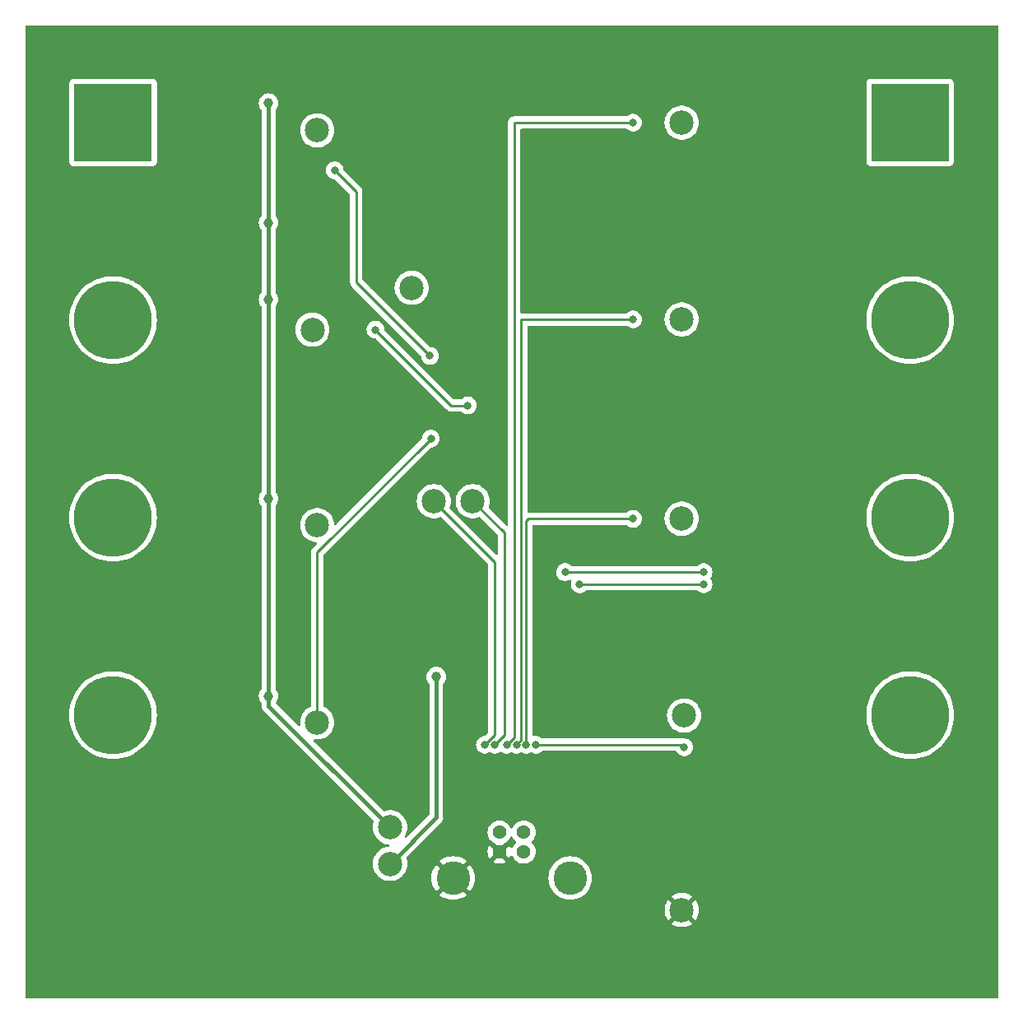
<source format=gbl>
%TF.GenerationSoftware,KiCad,Pcbnew,7.0.10*%
%TF.CreationDate,2024-02-21T11:02:03+01:00*%
%TF.ProjectId,CIFAM,43494641-4d2e-46b6-9963-61645f706362,rev?*%
%TF.SameCoordinates,Original*%
%TF.FileFunction,Copper,L2,Bot*%
%TF.FilePolarity,Positive*%
%FSLAX46Y46*%
G04 Gerber Fmt 4.6, Leading zero omitted, Abs format (unit mm)*
G04 Created by KiCad (PCBNEW 7.0.10) date 2024-02-21 11:02:03*
%MOMM*%
%LPD*%
G01*
G04 APERTURE LIST*
%TA.AperFunction,ComponentPad*%
%ADD10C,2.500000*%
%TD*%
%TA.AperFunction,ComponentPad*%
%ADD11R,8.000000X8.000000*%
%TD*%
%TA.AperFunction,ComponentPad*%
%ADD12O,8.000000X8.000000*%
%TD*%
%TA.AperFunction,ComponentPad*%
%ADD13C,1.431111*%
%TD*%
%TA.AperFunction,ComponentPad*%
%ADD14C,3.450000*%
%TD*%
%TA.AperFunction,ViaPad*%
%ADD15C,1.000000*%
%TD*%
%TA.AperFunction,ViaPad*%
%ADD16C,0.800000*%
%TD*%
%TA.AperFunction,Conductor*%
%ADD17C,0.400000*%
%TD*%
%TA.AperFunction,Conductor*%
%ADD18C,0.250000*%
%TD*%
%TA.AperFunction,Profile*%
%ADD19C,0.100000*%
%TD*%
G04 APERTURE END LIST*
D10*
%TO.P,SDA,1,1*%
%TO.N,/SDA*%
X133300000Y-89600000D03*
%TD*%
%TO.P,OUTJ4,1,1*%
%TO.N,/OUTJ4*%
X121300000Y-112362500D03*
%TD*%
%TO.P,INJ3,1,1*%
%TO.N,/INJ3*%
X158800000Y-91412500D03*
%TD*%
%TO.P,INJ1,1,1*%
%TO.N,/INJ1*%
X158800000Y-50662500D03*
%TD*%
%TO.P,OUTJ3,1,1*%
%TO.N,/OUTJ3*%
X121300000Y-92062500D03*
%TD*%
%TO.P,2.048V,1,1*%
%TO.N,/+2.048*%
X131025000Y-67662500D03*
%TD*%
%TO.P,SCL,1,1*%
%TO.N,/SCL*%
X137300000Y-89600000D03*
%TD*%
D11*
%TO.P,J2,1,Pin_1*%
%TO.N,/IN1*%
X182297500Y-50657500D03*
D12*
%TO.P,J2,2,Pin_2*%
%TO.N,/IN2*%
X182297500Y-70977500D03*
%TO.P,J2,3,Pin_3*%
%TO.N,/IN3*%
X182297500Y-91297500D03*
%TO.P,J2,4,Pin_4*%
%TO.N,/IN4*%
X182297500Y-111617500D03*
%TO.P,J2,5,Pin_5*%
%TO.N,GND*%
X182297500Y-131937500D03*
%TD*%
D11*
%TO.P,J4,1,Pin_1*%
%TO.N,/OUT1*%
X100297500Y-50657500D03*
D12*
%TO.P,J4,2,Pin_2*%
%TO.N,/OUT2*%
X100297500Y-70977500D03*
%TO.P,J4,3,Pin_3*%
%TO.N,/OUT3*%
X100297500Y-91297500D03*
%TO.P,J4,4,Pin_4*%
%TO.N,/OUT4*%
X100297500Y-111617500D03*
%TO.P,J4,5,Pin_5*%
%TO.N,GND*%
X100297500Y-131937500D03*
%TD*%
D13*
%TO.P,J1,1,VBUS*%
%TO.N,VBUS*%
X140050000Y-123672500D03*
%TO.P,J1,2,D-*%
%TO.N,/USB-*%
X142550000Y-123672500D03*
%TO.P,J1,3,D+*%
%TO.N,/USB+*%
X142550000Y-125672500D03*
%TO.P,J1,4,GND*%
%TO.N,GND*%
X140050000Y-125672500D03*
D14*
%TO.P,J1,5,Shield*%
X135280000Y-128382500D03*
%TO.P,J1,6*%
%TO.N,N/C*%
X147320000Y-128382500D03*
%TD*%
D10*
%TO.P,OUTJ1,1,1*%
%TO.N,/OUTJ1*%
X121300000Y-51462500D03*
%TD*%
%TO.P,INJ4,1,1*%
%TO.N,/INJ4*%
X159050000Y-111662500D03*
%TD*%
%TO.P,5V,1,1*%
%TO.N,VBUS*%
X128800000Y-123162500D03*
%TD*%
%TO.P,GND,1,1*%
%TO.N,GND*%
X158800000Y-131662500D03*
%TD*%
%TO.P,OUTJ2,1,1*%
%TO.N,/OUTJ2*%
X120800000Y-71962500D03*
%TD*%
%TO.P,INJ2,1,1*%
%TO.N,/INJ2*%
X158800000Y-70912500D03*
%TD*%
%TO.P,3.3V,1,1*%
%TO.N,+3.3V*%
X128800000Y-126912500D03*
%TD*%
D15*
%TO.N,GND*%
X133550000Y-102162500D03*
X109800000Y-68862500D03*
X158050000Y-117662500D03*
X133050000Y-64662500D03*
X165550000Y-87412500D03*
X109900000Y-71962500D03*
X152800000Y-106412500D03*
X152800000Y-108412500D03*
X150550000Y-99412500D03*
X165300000Y-46662500D03*
X117800000Y-74962500D03*
X158050000Y-121662500D03*
X168300000Y-116412500D03*
X109900000Y-89362500D03*
X109800000Y-51662500D03*
X135800000Y-102162500D03*
X168300000Y-45912500D03*
X109900000Y-92362500D03*
X109800000Y-48662500D03*
X134300000Y-70412500D03*
X109900000Y-112662500D03*
X168300000Y-86662500D03*
X165550000Y-115662500D03*
X136800000Y-81200000D03*
X127700000Y-79387000D03*
X113200000Y-134500000D03*
X115800000Y-130412500D03*
X168300000Y-75662500D03*
X135300000Y-118912500D03*
X125050000Y-131412500D03*
X165550000Y-74912500D03*
X118300000Y-115762500D03*
X117800000Y-95362500D03*
X121300000Y-121912500D03*
X109900000Y-109562500D03*
%TO.N,VBUS*%
X116300000Y-60962500D03*
X116300000Y-109662500D03*
X116300000Y-68862500D03*
X116300000Y-89362500D03*
X116300000Y-48662500D03*
%TO.N,+3.3V*%
X133550000Y-107662500D03*
D16*
%TO.N,/INJ1*%
X140800000Y-114662500D03*
X153800000Y-50662500D03*
%TO.N,/INJ2*%
X153800000Y-70912500D03*
X141811324Y-114675775D03*
%TO.N,/INJ3*%
X142810736Y-114662356D03*
X153800000Y-91412500D03*
%TO.N,/INJ4*%
X159050000Y-114912500D03*
X143810238Y-114662501D03*
%TO.N,/SWDIO*%
X146800000Y-96912500D03*
X161050000Y-96912500D03*
%TO.N,/SWCLK*%
X161050000Y-98162500D03*
X148300000Y-98162500D03*
%TO.N,/SCL*%
X139562299Y-114674799D03*
%TO.N,/SDA*%
X138550000Y-114662500D03*
%TO.N,/OUTJ1*%
X132900000Y-74662500D03*
X123100000Y-55562500D03*
%TO.N,/OUTJ4*%
X133000000Y-83162500D03*
%TO.N,/OUTJ2*%
X127300000Y-71962500D03*
X136800000Y-79762997D03*
%TD*%
D17*
%TO.N,VBUS*%
X116300000Y-89362500D02*
X116300000Y-109662500D01*
X116300000Y-60962500D02*
X116300000Y-68862500D01*
X116300000Y-68862500D02*
X116300000Y-89362500D01*
X116300000Y-48662500D02*
X116300000Y-60962500D01*
X116300000Y-110662500D02*
X116300000Y-109662500D01*
X128800000Y-123162500D02*
X116300000Y-110662500D01*
%TO.N,+3.3V*%
X133550000Y-122162500D02*
X133550000Y-107662500D01*
X128800000Y-126912500D02*
X133550000Y-122162500D01*
D18*
%TO.N,/INJ1*%
X141550000Y-113912500D02*
X140800000Y-114662500D01*
X153800000Y-50662500D02*
X141550000Y-50662500D01*
X141550000Y-50662500D02*
X141550000Y-113912500D01*
%TO.N,/INJ2*%
X141811324Y-114675775D02*
X141811324Y-114636463D01*
X141811324Y-114636463D02*
X142300000Y-114147787D01*
X142300000Y-70912500D02*
X153800000Y-70912500D01*
X142300000Y-114147787D02*
X142300000Y-70912500D01*
%TO.N,/INJ3*%
X142810736Y-114662356D02*
X142810736Y-91651764D01*
X143050000Y-91412500D02*
X153800000Y-91412500D01*
X142810736Y-91651764D02*
X143050000Y-91412500D01*
%TO.N,/INJ4*%
X158800001Y-114662501D02*
X159050000Y-114912500D01*
X143810238Y-114662501D02*
X158800001Y-114662501D01*
%TO.N,/SWDIO*%
X146800000Y-96912500D02*
X161050000Y-96912500D01*
%TO.N,/SWCLK*%
X161050000Y-98162500D02*
X148300000Y-98162500D01*
%TO.N,/SCL*%
X140550000Y-92850000D02*
X137300000Y-89600000D01*
X139562299Y-114674799D02*
X140550000Y-113687098D01*
X140550000Y-113687098D02*
X140550000Y-92850000D01*
%TO.N,/SDA*%
X138550000Y-114662500D02*
X139550000Y-113662500D01*
X139550000Y-95850000D02*
X133300000Y-89600000D01*
X139550000Y-113662500D02*
X139550000Y-95850000D01*
%TO.N,/OUTJ1*%
X125325000Y-67087500D02*
X132900000Y-74662500D01*
X123100000Y-55562500D02*
X125325000Y-57787500D01*
X125325000Y-57787500D02*
X125325000Y-67087500D01*
%TO.N,/OUTJ4*%
X133000000Y-83162500D02*
X121300000Y-94862500D01*
X121300000Y-94862500D02*
X121300000Y-112362500D01*
%TO.N,/OUTJ2*%
X135100497Y-79762997D02*
X136800000Y-79762997D01*
X127300000Y-71962500D02*
X135100497Y-79762997D01*
%TD*%
%TA.AperFunction,Conductor*%
%TO.N,GND*%
G36*
X141368959Y-124080915D02*
G01*
X141414194Y-124133118D01*
X141451121Y-124212308D01*
X141485888Y-124286866D01*
X141608734Y-124462309D01*
X141608739Y-124462315D01*
X141729828Y-124583404D01*
X141763854Y-124645716D01*
X141758789Y-124716531D01*
X141729829Y-124761594D01*
X141608732Y-124882691D01*
X141485889Y-125058131D01*
X141413919Y-125212471D01*
X141367001Y-125265756D01*
X141298724Y-125285217D01*
X141230764Y-125264675D01*
X141185529Y-125212471D01*
X141113678Y-125058386D01*
X141113677Y-125058384D01*
X141076466Y-125005243D01*
X141076465Y-125005243D01*
X140504173Y-125577535D01*
X140503533Y-125568984D01*
X140452872Y-125439902D01*
X140366414Y-125331487D01*
X140251841Y-125253373D01*
X140143372Y-125219915D01*
X140578037Y-124785251D01*
X140613878Y-124760154D01*
X140664366Y-124736612D01*
X140839813Y-124613763D01*
X140991263Y-124462313D01*
X141114112Y-124286866D01*
X141185805Y-124133118D01*
X141232722Y-124079834D01*
X141300999Y-124060373D01*
X141368959Y-124080915D01*
G37*
%TD.AperFunction*%
%TA.AperFunction,Conductor*%
G36*
X191241621Y-40720002D02*
G01*
X191288114Y-40773658D01*
X191299500Y-40826000D01*
X191299500Y-140536000D01*
X191279498Y-140604121D01*
X191225842Y-140650614D01*
X191173500Y-140662000D01*
X91426500Y-140662000D01*
X91358379Y-140641998D01*
X91311886Y-140588342D01*
X91300500Y-140536000D01*
X91300500Y-131662500D01*
X157037070Y-131662500D01*
X157056760Y-131925254D01*
X157115392Y-132182134D01*
X157115393Y-132182136D01*
X157211651Y-132427400D01*
X157211653Y-132427404D01*
X157343397Y-132655592D01*
X157343400Y-132655597D01*
X157389670Y-132713617D01*
X157389672Y-132713617D01*
X158401272Y-131702017D01*
X158414835Y-131787648D01*
X158472359Y-131900545D01*
X158561955Y-131990141D01*
X158674852Y-132047665D01*
X158760481Y-132061227D01*
X157748437Y-133073270D01*
X157918532Y-133189239D01*
X157918532Y-133189240D01*
X158155923Y-133303562D01*
X158407704Y-133381228D01*
X158407712Y-133381229D01*
X158668260Y-133420500D01*
X158931740Y-133420500D01*
X159192287Y-133381229D01*
X159192295Y-133381228D01*
X159444076Y-133303562D01*
X159681467Y-133189240D01*
X159851561Y-133073270D01*
X158839518Y-132061227D01*
X158925148Y-132047665D01*
X159038045Y-131990141D01*
X159127641Y-131900545D01*
X159185165Y-131787648D01*
X159198727Y-131702018D01*
X160210327Y-132713618D01*
X160256603Y-132655590D01*
X160388346Y-132427404D01*
X160388348Y-132427400D01*
X160484606Y-132182136D01*
X160484607Y-132182134D01*
X160543239Y-131925254D01*
X160562929Y-131662500D01*
X160543239Y-131399745D01*
X160484607Y-131142865D01*
X160484606Y-131142863D01*
X160388348Y-130897599D01*
X160388346Y-130897595D01*
X160256605Y-130669413D01*
X160256600Y-130669405D01*
X160210328Y-130611381D01*
X160210326Y-130611381D01*
X159198726Y-131622981D01*
X159185165Y-131537352D01*
X159127641Y-131424455D01*
X159038045Y-131334859D01*
X158925148Y-131277335D01*
X158839518Y-131263772D01*
X159851560Y-130251729D01*
X159851560Y-130251728D01*
X159681467Y-130135759D01*
X159444076Y-130021437D01*
X159192295Y-129943771D01*
X159192287Y-129943770D01*
X158931740Y-129904500D01*
X158668260Y-129904500D01*
X158407712Y-129943770D01*
X158407704Y-129943771D01*
X158155923Y-130021437D01*
X157918532Y-130135759D01*
X157918525Y-130135763D01*
X157748438Y-130251727D01*
X157748438Y-130251729D01*
X158760481Y-131263772D01*
X158674852Y-131277335D01*
X158561955Y-131334859D01*
X158472359Y-131424455D01*
X158414835Y-131537352D01*
X158401272Y-131622981D01*
X157389671Y-130611380D01*
X157389670Y-130611381D01*
X157343400Y-130669404D01*
X157343397Y-130669407D01*
X157211653Y-130897595D01*
X157211651Y-130897599D01*
X157115393Y-131142863D01*
X157115392Y-131142865D01*
X157056760Y-131399745D01*
X157037070Y-131662500D01*
X91300500Y-131662500D01*
X91300500Y-111617500D01*
X95784184Y-111617500D01*
X95803437Y-112033940D01*
X95861032Y-112446823D01*
X95956471Y-112852605D01*
X95956478Y-112852631D01*
X96088956Y-113247894D01*
X96088960Y-113247903D01*
X96257346Y-113629260D01*
X96257349Y-113629267D01*
X96460199Y-113993453D01*
X96695798Y-114337384D01*
X96962124Y-114658107D01*
X97256892Y-114952875D01*
X97256897Y-114952879D01*
X97256899Y-114952881D01*
X97577619Y-115219204D01*
X97689729Y-115296001D01*
X97921546Y-115454800D01*
X98285732Y-115657650D01*
X98285736Y-115657651D01*
X98285742Y-115657655D01*
X98667102Y-115826042D01*
X99062372Y-115958523D01*
X99468180Y-116053968D01*
X99881064Y-116111563D01*
X100297500Y-116130816D01*
X100713936Y-116111563D01*
X101126820Y-116053968D01*
X101532628Y-115958523D01*
X101927898Y-115826042D01*
X102309258Y-115657655D01*
X102673455Y-115454799D01*
X103017381Y-115219204D01*
X103338101Y-114952881D01*
X103632881Y-114658101D01*
X103899204Y-114337381D01*
X104134799Y-113993455D01*
X104337655Y-113629258D01*
X104506042Y-113247898D01*
X104638523Y-112852628D01*
X104733968Y-112446820D01*
X104791563Y-112033936D01*
X104810816Y-111617500D01*
X104791563Y-111201064D01*
X104733968Y-110788180D01*
X104638523Y-110382372D01*
X104506042Y-109987102D01*
X104362717Y-109662503D01*
X115286620Y-109662503D01*
X115306090Y-109860194D01*
X115306091Y-109860200D01*
X115306092Y-109860201D01*
X115363759Y-110050304D01*
X115457405Y-110225504D01*
X115505242Y-110283794D01*
X115562899Y-110354048D01*
X115590653Y-110419395D01*
X115591500Y-110433982D01*
X115591500Y-110637282D01*
X115591270Y-110644890D01*
X115587598Y-110705592D01*
X115598559Y-110765410D01*
X115599704Y-110772933D01*
X115607033Y-110833294D01*
X115607034Y-110833298D01*
X115610650Y-110842833D01*
X115616771Y-110864789D01*
X115618612Y-110874832D01*
X115643572Y-110930294D01*
X115646483Y-110937321D01*
X115661664Y-110977347D01*
X115668046Y-110994175D01*
X115673840Y-111002569D01*
X115685035Y-111022419D01*
X115689223Y-111031722D01*
X115689225Y-111031726D01*
X115726726Y-111079593D01*
X115731234Y-111085720D01*
X115765783Y-111135771D01*
X115811316Y-111176110D01*
X115816857Y-111181327D01*
X127102615Y-122467085D01*
X127136641Y-122529397D01*
X127131576Y-122600212D01*
X127130811Y-122602210D01*
X127114912Y-122642721D01*
X127114911Y-122642723D01*
X127060142Y-122882687D01*
X127056265Y-122899674D01*
X127036569Y-123162500D01*
X127056265Y-123425326D01*
X127056266Y-123425330D01*
X127114911Y-123682275D01*
X127211202Y-123927620D01*
X127211205Y-123927628D01*
X127342982Y-124155872D01*
X127342984Y-124155875D01*
X127342985Y-124155876D01*
X127507314Y-124361938D01*
X127700519Y-124541206D01*
X127700525Y-124541210D01*
X127918275Y-124689670D01*
X127918279Y-124689672D01*
X127918285Y-124689676D01*
X128155746Y-124804032D01*
X128155749Y-124804032D01*
X128155754Y-124804035D01*
X128407589Y-124881715D01*
X128407591Y-124881715D01*
X128407600Y-124881718D01*
X128614530Y-124912907D01*
X128678908Y-124942839D01*
X128716885Y-125002824D01*
X128716402Y-125073819D01*
X128677613Y-125133283D01*
X128614530Y-125162092D01*
X128407600Y-125193282D01*
X128407598Y-125193282D01*
X128407589Y-125193284D01*
X128155754Y-125270964D01*
X128155742Y-125270969D01*
X127927366Y-125380950D01*
X127924243Y-125382455D01*
X127918283Y-125385325D01*
X127918275Y-125385329D01*
X127700525Y-125533789D01*
X127700520Y-125533793D01*
X127507315Y-125713061D01*
X127342982Y-125919127D01*
X127211205Y-126147371D01*
X127211202Y-126147379D01*
X127114911Y-126392724D01*
X127060228Y-126632310D01*
X127056265Y-126649674D01*
X127036569Y-126912500D01*
X127056265Y-127175326D01*
X127056266Y-127175330D01*
X127114911Y-127432275D01*
X127211202Y-127677620D01*
X127211205Y-127677628D01*
X127342982Y-127905872D01*
X127342984Y-127905875D01*
X127342985Y-127905876D01*
X127507314Y-128111938D01*
X127700519Y-128291206D01*
X127700525Y-128291210D01*
X127918275Y-128439670D01*
X127918279Y-128439672D01*
X127918285Y-128439676D01*
X128155746Y-128554032D01*
X128155749Y-128554032D01*
X128155754Y-128554035D01*
X128407589Y-128631715D01*
X128407591Y-128631715D01*
X128407600Y-128631718D01*
X128668219Y-128671000D01*
X128668223Y-128671000D01*
X128931777Y-128671000D01*
X128931781Y-128671000D01*
X129192400Y-128631718D01*
X129192410Y-128631715D01*
X129444245Y-128554035D01*
X129444247Y-128554034D01*
X129444254Y-128554032D01*
X129681716Y-128439676D01*
X129765573Y-128382503D01*
X133042209Y-128382503D01*
X133061353Y-128674585D01*
X133061356Y-128674603D01*
X133118459Y-128961678D01*
X133118462Y-128961691D01*
X133212548Y-129238858D01*
X133212554Y-129238872D01*
X133342014Y-129501393D01*
X133504640Y-129744780D01*
X133504643Y-129744784D01*
X133529808Y-129773479D01*
X133529810Y-129773479D01*
X134307275Y-128996013D01*
X134358348Y-129078499D01*
X134501931Y-129236001D01*
X134663611Y-129358097D01*
X133889019Y-130132688D01*
X133889019Y-130132690D01*
X133917715Y-130157856D01*
X133917719Y-130157859D01*
X134161106Y-130320485D01*
X134423627Y-130449945D01*
X134423641Y-130449951D01*
X134700808Y-130544037D01*
X134700821Y-130544040D01*
X134987896Y-130601143D01*
X134987914Y-130601146D01*
X135279997Y-130620291D01*
X135280003Y-130620291D01*
X135572085Y-130601146D01*
X135572103Y-130601143D01*
X135859178Y-130544040D01*
X135859191Y-130544037D01*
X136136358Y-130449951D01*
X136136372Y-130449945D01*
X136398893Y-130320485D01*
X136642279Y-130157859D01*
X136670979Y-130132690D01*
X136670979Y-130132689D01*
X135896388Y-129358097D01*
X136058069Y-129236001D01*
X136201652Y-129078499D01*
X136252724Y-128996014D01*
X137030189Y-129773479D01*
X137030190Y-129773479D01*
X137055359Y-129744779D01*
X137217985Y-129501393D01*
X137347445Y-129238872D01*
X137347451Y-129238858D01*
X137441537Y-128961691D01*
X137441540Y-128961678D01*
X137498643Y-128674603D01*
X137498646Y-128674585D01*
X137517791Y-128382503D01*
X145081708Y-128382503D01*
X145100856Y-128674651D01*
X145100858Y-128674666D01*
X145157976Y-128961814D01*
X145157977Y-128961818D01*
X145220170Y-129145032D01*
X145252088Y-129239057D01*
X145252091Y-129239063D01*
X145381580Y-129501643D01*
X145544242Y-129745084D01*
X145544244Y-129745086D01*
X145737289Y-129965211D01*
X145957414Y-130158256D01*
X146200854Y-130320918D01*
X146463443Y-130450412D01*
X146740687Y-130544524D01*
X146959505Y-130588049D01*
X147027833Y-130601641D01*
X147027835Y-130601641D01*
X147027844Y-130601643D01*
X147176417Y-130611381D01*
X147319997Y-130620792D01*
X147320000Y-130620792D01*
X147320003Y-130620792D01*
X147463583Y-130611381D01*
X147612156Y-130601643D01*
X147899313Y-130544524D01*
X148176557Y-130450412D01*
X148439146Y-130320918D01*
X148682586Y-130158256D01*
X148902711Y-129965211D01*
X149095756Y-129745086D01*
X149258418Y-129501646D01*
X149387912Y-129239057D01*
X149482024Y-128961813D01*
X149539143Y-128674656D01*
X149551307Y-128489063D01*
X149558292Y-128382503D01*
X149558292Y-128382496D01*
X149540558Y-128111938D01*
X149539143Y-128090344D01*
X149482024Y-127803187D01*
X149387912Y-127525943D01*
X149258418Y-127263354D01*
X149095960Y-127020219D01*
X149095757Y-127019915D01*
X149001556Y-126912500D01*
X148902711Y-126799789D01*
X148682586Y-126606744D01*
X148682587Y-126606744D01*
X148682584Y-126606742D01*
X148439143Y-126444080D01*
X148176563Y-126314591D01*
X148176557Y-126314588D01*
X148082532Y-126282670D01*
X147899318Y-126220477D01*
X147899314Y-126220476D01*
X147612166Y-126163358D01*
X147612151Y-126163356D01*
X147320003Y-126144208D01*
X147319997Y-126144208D01*
X147027848Y-126163356D01*
X147027833Y-126163358D01*
X146740685Y-126220476D01*
X146740681Y-126220477D01*
X146468271Y-126312948D01*
X146463443Y-126314588D01*
X146463440Y-126314589D01*
X146463436Y-126314591D01*
X146200856Y-126444080D01*
X145957415Y-126606742D01*
X145737289Y-126799789D01*
X145544242Y-127019915D01*
X145381580Y-127263356D01*
X145252091Y-127525936D01*
X145252087Y-127525946D01*
X145157977Y-127803181D01*
X145157976Y-127803185D01*
X145100858Y-128090333D01*
X145100856Y-128090348D01*
X145081708Y-128382496D01*
X145081708Y-128382503D01*
X137517791Y-128382503D01*
X137517791Y-128382496D01*
X137498646Y-128090414D01*
X137498643Y-128090396D01*
X137441540Y-127803321D01*
X137441537Y-127803308D01*
X137347451Y-127526141D01*
X137347445Y-127526127D01*
X137217985Y-127263607D01*
X137055359Y-127020219D01*
X137055356Y-127020215D01*
X137030190Y-126991519D01*
X137030188Y-126991519D01*
X136252723Y-127768984D01*
X136201652Y-127686501D01*
X136058069Y-127528999D01*
X135896387Y-127406902D01*
X136670979Y-126632310D01*
X136670979Y-126632308D01*
X136642284Y-126607143D01*
X136642280Y-126607140D01*
X136398893Y-126444514D01*
X136136372Y-126315054D01*
X136136358Y-126315048D01*
X135859191Y-126220962D01*
X135859178Y-126220959D01*
X135572103Y-126163856D01*
X135572085Y-126163853D01*
X135280003Y-126144709D01*
X135279997Y-126144709D01*
X134987914Y-126163853D01*
X134987896Y-126163856D01*
X134700821Y-126220959D01*
X134700808Y-126220962D01*
X134423641Y-126315048D01*
X134423627Y-126315054D01*
X134161107Y-126444514D01*
X133917717Y-126607141D01*
X133889019Y-126632307D01*
X133889019Y-126632310D01*
X134663611Y-127406902D01*
X134501931Y-127528999D01*
X134358348Y-127686501D01*
X134307276Y-127768985D01*
X133529810Y-126991519D01*
X133529807Y-126991519D01*
X133504641Y-127020217D01*
X133342014Y-127263607D01*
X133212554Y-127526127D01*
X133212548Y-127526141D01*
X133118462Y-127803308D01*
X133118459Y-127803321D01*
X133061356Y-128090396D01*
X133061353Y-128090414D01*
X133042209Y-128382496D01*
X133042209Y-128382503D01*
X129765573Y-128382503D01*
X129899481Y-128291206D01*
X130092686Y-128111938D01*
X130257015Y-127905876D01*
X130388796Y-127677624D01*
X130485087Y-127432280D01*
X130543735Y-127175326D01*
X130563431Y-126912500D01*
X130543735Y-126649674D01*
X130485087Y-126392720D01*
X130469188Y-126352213D01*
X130462920Y-126281496D01*
X130495879Y-126218614D01*
X130497321Y-126217147D01*
X133041969Y-123672500D01*
X138821269Y-123672500D01*
X138839936Y-123885866D01*
X138895370Y-124092748D01*
X138895372Y-124092754D01*
X138931281Y-124169761D01*
X138985888Y-124286866D01*
X139108737Y-124462313D01*
X139260187Y-124613763D01*
X139435634Y-124736612D01*
X139486119Y-124760153D01*
X139521963Y-124785252D01*
X139957896Y-125221186D01*
X139912881Y-125227971D01*
X139787946Y-125288137D01*
X139686295Y-125382455D01*
X139616961Y-125502545D01*
X139599098Y-125580807D01*
X139023534Y-125005243D01*
X139023531Y-125005243D01*
X138986323Y-125058382D01*
X138895843Y-125252417D01*
X138895841Y-125252422D01*
X138840431Y-125459216D01*
X138821771Y-125672500D01*
X138840431Y-125885783D01*
X138895841Y-126092577D01*
X138895843Y-126092582D01*
X138986323Y-126286617D01*
X139023532Y-126339756D01*
X139595826Y-125767462D01*
X139596467Y-125776016D01*
X139647128Y-125905098D01*
X139733586Y-126013513D01*
X139848159Y-126091627D01*
X139956625Y-126125084D01*
X139382742Y-126698966D01*
X139382742Y-126698968D01*
X139435881Y-126736176D01*
X139629917Y-126826656D01*
X139629922Y-126826658D01*
X139836716Y-126882068D01*
X140050000Y-126900728D01*
X140263283Y-126882068D01*
X140470077Y-126826658D01*
X140470082Y-126826656D01*
X140664114Y-126736178D01*
X140717256Y-126698967D01*
X140717256Y-126698965D01*
X140142104Y-126123813D01*
X140187119Y-126117029D01*
X140312054Y-126056863D01*
X140413705Y-125962545D01*
X140483039Y-125842455D01*
X140500901Y-125764192D01*
X141076465Y-126339756D01*
X141076467Y-126339756D01*
X141113678Y-126286613D01*
X141113680Y-126286610D01*
X141185529Y-126132529D01*
X141232446Y-126079243D01*
X141300723Y-126059782D01*
X141368683Y-126080323D01*
X141413919Y-126132528D01*
X141485888Y-126286866D01*
X141595971Y-126444082D01*
X141608737Y-126462313D01*
X141760187Y-126613763D01*
X141935634Y-126736612D01*
X142129749Y-126827129D01*
X142336633Y-126882564D01*
X142550000Y-126901231D01*
X142763367Y-126882564D01*
X142970251Y-126827129D01*
X143164366Y-126736612D01*
X143339813Y-126613763D01*
X143491263Y-126462313D01*
X143614112Y-126286866D01*
X143704629Y-126092751D01*
X143760064Y-125885867D01*
X143778731Y-125672500D01*
X143760064Y-125459133D01*
X143704629Y-125252249D01*
X143614112Y-125058135D01*
X143614111Y-125058134D01*
X143614110Y-125058131D01*
X143491267Y-124882691D01*
X143491258Y-124882681D01*
X143370171Y-124761594D01*
X143336145Y-124699282D01*
X143341210Y-124628467D01*
X143370167Y-124583408D01*
X143491263Y-124462313D01*
X143614112Y-124286866D01*
X143704629Y-124092751D01*
X143760064Y-123885867D01*
X143778731Y-123672500D01*
X143760064Y-123459133D01*
X143704629Y-123252249D01*
X143614112Y-123058135D01*
X143614111Y-123058134D01*
X143614110Y-123058131D01*
X143491267Y-122882691D01*
X143491264Y-122882688D01*
X143491257Y-122882681D01*
X143339813Y-122731237D01*
X143268525Y-122681321D01*
X143164366Y-122608388D01*
X142970254Y-122517872D01*
X142970248Y-122517870D01*
X142881810Y-122494173D01*
X142763367Y-122462436D01*
X142550000Y-122443769D01*
X142336633Y-122462436D01*
X142129751Y-122517870D01*
X142129746Y-122517872D01*
X141935631Y-122608389D01*
X141760191Y-122731232D01*
X141760181Y-122731241D01*
X141608741Y-122882681D01*
X141608732Y-122882691D01*
X141485889Y-123058131D01*
X141414195Y-123211880D01*
X141367277Y-123265165D01*
X141299000Y-123284626D01*
X141231040Y-123264084D01*
X141185805Y-123211880D01*
X141114110Y-123058131D01*
X140991267Y-122882691D01*
X140991264Y-122882688D01*
X140991257Y-122882681D01*
X140839813Y-122731237D01*
X140768525Y-122681321D01*
X140664366Y-122608388D01*
X140470254Y-122517872D01*
X140470248Y-122517870D01*
X140381810Y-122494173D01*
X140263367Y-122462436D01*
X140050000Y-122443769D01*
X139836633Y-122462436D01*
X139629751Y-122517870D01*
X139629746Y-122517872D01*
X139435631Y-122608389D01*
X139260191Y-122731232D01*
X139260181Y-122731241D01*
X139108741Y-122882681D01*
X139108732Y-122882691D01*
X138985889Y-123058131D01*
X138895372Y-123252246D01*
X138895370Y-123252251D01*
X138839936Y-123459133D01*
X138821269Y-123672500D01*
X133041969Y-123672500D01*
X134033165Y-122681304D01*
X134038672Y-122676119D01*
X134084215Y-122635773D01*
X134118764Y-122585719D01*
X134123269Y-122579597D01*
X134160774Y-122531726D01*
X134164958Y-122522428D01*
X134176159Y-122502569D01*
X134181954Y-122494175D01*
X134203528Y-122437287D01*
X134206412Y-122430321D01*
X134231388Y-122374830D01*
X134233224Y-122364808D01*
X134239351Y-122342829D01*
X134242965Y-122333301D01*
X134250298Y-122272897D01*
X134251435Y-122265427D01*
X134262401Y-122205593D01*
X134258730Y-122144900D01*
X134258500Y-122137293D01*
X134258500Y-108433982D01*
X134278502Y-108365861D01*
X134287101Y-108354048D01*
X134392595Y-108225504D01*
X134486241Y-108050304D01*
X134543908Y-107860201D01*
X134551788Y-107780201D01*
X134563380Y-107662503D01*
X134563380Y-107662496D01*
X134543909Y-107464805D01*
X134543908Y-107464803D01*
X134543908Y-107464799D01*
X134486241Y-107274696D01*
X134392595Y-107099496D01*
X134266568Y-106945932D01*
X134113004Y-106819905D01*
X133937804Y-106726259D01*
X133747701Y-106668592D01*
X133747700Y-106668591D01*
X133747694Y-106668590D01*
X133550003Y-106649120D01*
X133549997Y-106649120D01*
X133352305Y-106668590D01*
X133162195Y-106726259D01*
X132986995Y-106819905D01*
X132833432Y-106945932D01*
X132707405Y-107099495D01*
X132613759Y-107274695D01*
X132556090Y-107464805D01*
X132536620Y-107662496D01*
X132536620Y-107662503D01*
X132556090Y-107860194D01*
X132613759Y-108050304D01*
X132707405Y-108225504D01*
X132812899Y-108354048D01*
X132840653Y-108419395D01*
X132841500Y-108433982D01*
X132841500Y-121816838D01*
X132821498Y-121884959D01*
X132804595Y-121905933D01*
X130527180Y-124183347D01*
X130464868Y-124217373D01*
X130394052Y-124212308D01*
X130337217Y-124169761D01*
X130312406Y-124103241D01*
X130327497Y-124033867D01*
X130328927Y-124031319D01*
X130388796Y-123927624D01*
X130485087Y-123682280D01*
X130543735Y-123425326D01*
X130563431Y-123162500D01*
X130543735Y-122899674D01*
X130485087Y-122642720D01*
X130388796Y-122397376D01*
X130388795Y-122397375D01*
X130388794Y-122397371D01*
X130257017Y-122169127D01*
X130234665Y-122141098D01*
X130092686Y-121963062D01*
X129899481Y-121783794D01*
X129899474Y-121783789D01*
X129681725Y-121635329D01*
X129681718Y-121635325D01*
X129444257Y-121520969D01*
X129444245Y-121520964D01*
X129192410Y-121443284D01*
X129192402Y-121443282D01*
X129192400Y-121443282D01*
X128931781Y-121404000D01*
X128668219Y-121404000D01*
X128552388Y-121421458D01*
X128407595Y-121443282D01*
X128407594Y-121443283D01*
X128231879Y-121497483D01*
X128160889Y-121498448D01*
X128105646Y-121466176D01*
X120958861Y-114319391D01*
X120924835Y-114257079D01*
X120929900Y-114186264D01*
X120972447Y-114129428D01*
X121038967Y-114104617D01*
X121066728Y-114105702D01*
X121168219Y-114121000D01*
X121168224Y-114121000D01*
X121431777Y-114121000D01*
X121431781Y-114121000D01*
X121692400Y-114081718D01*
X121863306Y-114029001D01*
X121944245Y-114004035D01*
X121944247Y-114004034D01*
X121944254Y-114004032D01*
X122181716Y-113889676D01*
X122399481Y-113741206D01*
X122592686Y-113561938D01*
X122757015Y-113355876D01*
X122888796Y-113127624D01*
X122985087Y-112882280D01*
X123043735Y-112625326D01*
X123063431Y-112362500D01*
X123043735Y-112099674D01*
X122985087Y-111842720D01*
X122888796Y-111597376D01*
X122888795Y-111597375D01*
X122888794Y-111597371D01*
X122757017Y-111369127D01*
X122757015Y-111369124D01*
X122592686Y-111163062D01*
X122399481Y-110983794D01*
X122399474Y-110983789D01*
X122181725Y-110835329D01*
X122181717Y-110835325D01*
X122181718Y-110835325D01*
X122181716Y-110835324D01*
X122083821Y-110788180D01*
X122004830Y-110750139D01*
X121952134Y-110702560D01*
X121933500Y-110636617D01*
X121933500Y-95177094D01*
X121953502Y-95108973D01*
X121970405Y-95087999D01*
X127458404Y-89600000D01*
X131536569Y-89600000D01*
X131556265Y-89862826D01*
X131556266Y-89862830D01*
X131614911Y-90119775D01*
X131711202Y-90365120D01*
X131711205Y-90365128D01*
X131842982Y-90593372D01*
X131842984Y-90593375D01*
X131842985Y-90593376D01*
X132007314Y-90799438D01*
X132200519Y-90978706D01*
X132200525Y-90978710D01*
X132418275Y-91127170D01*
X132418279Y-91127172D01*
X132418285Y-91127176D01*
X132655746Y-91241532D01*
X132655749Y-91241532D01*
X132655754Y-91241535D01*
X132907589Y-91319215D01*
X132907591Y-91319215D01*
X132907600Y-91319218D01*
X133168219Y-91358500D01*
X133168223Y-91358500D01*
X133431777Y-91358500D01*
X133431781Y-91358500D01*
X133692400Y-91319218D01*
X133762809Y-91297500D01*
X133948759Y-91240143D01*
X133949430Y-91242320D01*
X134010823Y-91236800D01*
X134073747Y-91269681D01*
X134075389Y-91271294D01*
X138879595Y-96075499D01*
X138913621Y-96137811D01*
X138916500Y-96164594D01*
X138916500Y-113347905D01*
X138896498Y-113416026D01*
X138879595Y-113437000D01*
X138599500Y-113717095D01*
X138537188Y-113751121D01*
X138510405Y-113754000D01*
X138454513Y-113754000D01*
X138267711Y-113793706D01*
X138093247Y-113871382D01*
X137938744Y-113983635D01*
X137810965Y-114125548D01*
X137810958Y-114125558D01*
X137715476Y-114290938D01*
X137715473Y-114290945D01*
X137656457Y-114472572D01*
X137636496Y-114662500D01*
X137656457Y-114852427D01*
X137686526Y-114944970D01*
X137715473Y-115034056D01*
X137715476Y-115034061D01*
X137810958Y-115199441D01*
X137810965Y-115199451D01*
X137938744Y-115341364D01*
X137938747Y-115341366D01*
X138093248Y-115453618D01*
X138267712Y-115531294D01*
X138454513Y-115571000D01*
X138645487Y-115571000D01*
X138832288Y-115531294D01*
X138991857Y-115460249D01*
X139062221Y-115450816D01*
X139099248Y-115463829D01*
X139099515Y-115463231D01*
X139105545Y-115465915D01*
X139105547Y-115465917D01*
X139280011Y-115543593D01*
X139466812Y-115583299D01*
X139657786Y-115583299D01*
X139844587Y-115543593D01*
X140019051Y-115465917D01*
X140115553Y-115395803D01*
X140182419Y-115371946D01*
X140251571Y-115388026D01*
X140263675Y-115395804D01*
X140343248Y-115453618D01*
X140517712Y-115531294D01*
X140704513Y-115571000D01*
X140895487Y-115571000D01*
X141082288Y-115531294D01*
X141240352Y-115460919D01*
X141310716Y-115451486D01*
X141348319Y-115464701D01*
X141348540Y-115464207D01*
X141354570Y-115466891D01*
X141354572Y-115466893D01*
X141529036Y-115544569D01*
X141715837Y-115584275D01*
X141906811Y-115584275D01*
X142093612Y-115544569D01*
X142268076Y-115466893D01*
X142268075Y-115466893D01*
X142274109Y-115464207D01*
X142275293Y-115466867D01*
X142331849Y-115453076D01*
X142377248Y-115463831D01*
X142528448Y-115531150D01*
X142715249Y-115570856D01*
X142906223Y-115570856D01*
X143093024Y-115531150D01*
X143259077Y-115457218D01*
X143329442Y-115447785D01*
X143361569Y-115457217D01*
X143527950Y-115531295D01*
X143714751Y-115571001D01*
X143905725Y-115571001D01*
X144092526Y-115531295D01*
X144266990Y-115453619D01*
X144421491Y-115341367D01*
X144424801Y-115337691D01*
X144485247Y-115300451D01*
X144518438Y-115296001D01*
X158149623Y-115296001D01*
X158217744Y-115316003D01*
X158258741Y-115358999D01*
X158310960Y-115449444D01*
X158310962Y-115449447D01*
X158310965Y-115449451D01*
X158438744Y-115591364D01*
X158438747Y-115591366D01*
X158593248Y-115703618D01*
X158767712Y-115781294D01*
X158954513Y-115821000D01*
X159145487Y-115821000D01*
X159332288Y-115781294D01*
X159506752Y-115703618D01*
X159661253Y-115591366D01*
X159773329Y-115466893D01*
X159789034Y-115449451D01*
X159789035Y-115449449D01*
X159789040Y-115449444D01*
X159884527Y-115284056D01*
X159943542Y-115102428D01*
X159963504Y-114912500D01*
X159943542Y-114722572D01*
X159884527Y-114540944D01*
X159789040Y-114375556D01*
X159789038Y-114375554D01*
X159789034Y-114375548D01*
X159661255Y-114233635D01*
X159506752Y-114121382D01*
X159332288Y-114043706D01*
X159145487Y-114004000D01*
X158954513Y-114004000D01*
X158954511Y-114004000D01*
X158865269Y-114022968D01*
X158827998Y-114023946D01*
X158827980Y-114024530D01*
X158820058Y-114024281D01*
X158820057Y-114024281D01*
X158776040Y-114028442D01*
X158764182Y-114029001D01*
X144518438Y-114029001D01*
X144450317Y-114008999D01*
X144424801Y-113987311D01*
X144421490Y-113983634D01*
X144266990Y-113871383D01*
X144092526Y-113793707D01*
X143905725Y-113754001D01*
X143714751Y-113754001D01*
X143596433Y-113779150D01*
X143525642Y-113773748D01*
X143469009Y-113730931D01*
X143444516Y-113664293D01*
X143444236Y-113655903D01*
X143444236Y-111662500D01*
X157286569Y-111662500D01*
X157306265Y-111925326D01*
X157306266Y-111925330D01*
X157364911Y-112182275D01*
X157461202Y-112427620D01*
X157461205Y-112427628D01*
X157592982Y-112655872D01*
X157592984Y-112655875D01*
X157592985Y-112655876D01*
X157757314Y-112861938D01*
X157950519Y-113041206D01*
X157950525Y-113041210D01*
X158168275Y-113189670D01*
X158168279Y-113189672D01*
X158168285Y-113189676D01*
X158405746Y-113304032D01*
X158405749Y-113304032D01*
X158405754Y-113304035D01*
X158657589Y-113381715D01*
X158657591Y-113381715D01*
X158657600Y-113381718D01*
X158918219Y-113421000D01*
X158918223Y-113421000D01*
X159181777Y-113421000D01*
X159181781Y-113421000D01*
X159442400Y-113381718D01*
X159442410Y-113381715D01*
X159694245Y-113304035D01*
X159694247Y-113304034D01*
X159694254Y-113304032D01*
X159931716Y-113189676D01*
X160149481Y-113041206D01*
X160342686Y-112861938D01*
X160507015Y-112655876D01*
X160572905Y-112541750D01*
X160638794Y-112427628D01*
X160638796Y-112427624D01*
X160735087Y-112182280D01*
X160793735Y-111925326D01*
X160813431Y-111662500D01*
X160810059Y-111617500D01*
X177784184Y-111617500D01*
X177803437Y-112033940D01*
X177861032Y-112446823D01*
X177956471Y-112852605D01*
X177956478Y-112852631D01*
X178088956Y-113247894D01*
X178088960Y-113247903D01*
X178257346Y-113629260D01*
X178257349Y-113629267D01*
X178460199Y-113993453D01*
X178695798Y-114337384D01*
X178962124Y-114658107D01*
X179256892Y-114952875D01*
X179256897Y-114952879D01*
X179256899Y-114952881D01*
X179577619Y-115219204D01*
X179689729Y-115296001D01*
X179921546Y-115454800D01*
X180285732Y-115657650D01*
X180285736Y-115657651D01*
X180285742Y-115657655D01*
X180667102Y-115826042D01*
X181062372Y-115958523D01*
X181468180Y-116053968D01*
X181881064Y-116111563D01*
X182297500Y-116130816D01*
X182713936Y-116111563D01*
X183126820Y-116053968D01*
X183532628Y-115958523D01*
X183927898Y-115826042D01*
X184309258Y-115657655D01*
X184673455Y-115454799D01*
X185017381Y-115219204D01*
X185338101Y-114952881D01*
X185632881Y-114658101D01*
X185899204Y-114337381D01*
X186134799Y-113993455D01*
X186337655Y-113629258D01*
X186506042Y-113247898D01*
X186638523Y-112852628D01*
X186733968Y-112446820D01*
X186791563Y-112033936D01*
X186810816Y-111617500D01*
X186791563Y-111201064D01*
X186733968Y-110788180D01*
X186638523Y-110382372D01*
X186506042Y-109987102D01*
X186337655Y-109605742D01*
X186337651Y-109605736D01*
X186337650Y-109605732D01*
X186134800Y-109241546D01*
X185927763Y-108939310D01*
X185899204Y-108897619D01*
X185632881Y-108576899D01*
X185632879Y-108576897D01*
X185632875Y-108576892D01*
X185338107Y-108282124D01*
X185017384Y-108015798D01*
X184673453Y-107780199D01*
X184309267Y-107577349D01*
X184309260Y-107577346D01*
X183927903Y-107408960D01*
X183927894Y-107408956D01*
X183532631Y-107276478D01*
X183532630Y-107276477D01*
X183532628Y-107276477D01*
X183532622Y-107276475D01*
X183532605Y-107276471D01*
X183126822Y-107181032D01*
X183126823Y-107181032D01*
X182713940Y-107123437D01*
X182297500Y-107104184D01*
X181881059Y-107123437D01*
X181468176Y-107181032D01*
X181062394Y-107276471D01*
X181062368Y-107276478D01*
X180667105Y-107408956D01*
X180667096Y-107408960D01*
X180285739Y-107577346D01*
X180285732Y-107577349D01*
X179921546Y-107780199D01*
X179577615Y-108015798D01*
X179256892Y-108282124D01*
X178962124Y-108576892D01*
X178695798Y-108897615D01*
X178460199Y-109241546D01*
X178257349Y-109605732D01*
X178257346Y-109605739D01*
X178088960Y-109987096D01*
X178088956Y-109987105D01*
X177956478Y-110382368D01*
X177956471Y-110382394D01*
X177861032Y-110788176D01*
X177803437Y-111201059D01*
X177784184Y-111617500D01*
X160810059Y-111617500D01*
X160793735Y-111399674D01*
X160735087Y-111142720D01*
X160638796Y-110897376D01*
X160638795Y-110897375D01*
X160638794Y-110897371D01*
X160507017Y-110669127D01*
X160484657Y-110641088D01*
X160342686Y-110463062D01*
X160149481Y-110283794D01*
X160149474Y-110283789D01*
X159931725Y-110135329D01*
X159931718Y-110135325D01*
X159694257Y-110020969D01*
X159694245Y-110020964D01*
X159442410Y-109943284D01*
X159442402Y-109943282D01*
X159442400Y-109943282D01*
X159181781Y-109904000D01*
X158918219Y-109904000D01*
X158657600Y-109943282D01*
X158657598Y-109943282D01*
X158657589Y-109943284D01*
X158405754Y-110020964D01*
X158405742Y-110020969D01*
X158168283Y-110135325D01*
X158168275Y-110135329D01*
X157950525Y-110283789D01*
X157950520Y-110283793D01*
X157757315Y-110463061D01*
X157592982Y-110669127D01*
X157461205Y-110897371D01*
X157461202Y-110897379D01*
X157364911Y-111142724D01*
X157351596Y-111201064D01*
X157306265Y-111399674D01*
X157286569Y-111662500D01*
X143444236Y-111662500D01*
X143444236Y-96912500D01*
X145886496Y-96912500D01*
X145906457Y-97102427D01*
X145936526Y-97194970D01*
X145965473Y-97284056D01*
X145965476Y-97284061D01*
X146060958Y-97449441D01*
X146060965Y-97449451D01*
X146188744Y-97591364D01*
X146235805Y-97625556D01*
X146343248Y-97703618D01*
X146517712Y-97781294D01*
X146704513Y-97821000D01*
X146895487Y-97821000D01*
X147082288Y-97781294D01*
X147256752Y-97703618D01*
X147256761Y-97703611D01*
X147262469Y-97700317D01*
X147263669Y-97702396D01*
X147320239Y-97682205D01*
X147389393Y-97698278D01*
X147438879Y-97749186D01*
X147452986Y-97818767D01*
X147447280Y-97846936D01*
X147406457Y-97972572D01*
X147386496Y-98162500D01*
X147406457Y-98352427D01*
X147436526Y-98444970D01*
X147465473Y-98534056D01*
X147465476Y-98534061D01*
X147560958Y-98699441D01*
X147560965Y-98699451D01*
X147688744Y-98841364D01*
X147688747Y-98841366D01*
X147843248Y-98953618D01*
X148017712Y-99031294D01*
X148204513Y-99071000D01*
X148395487Y-99071000D01*
X148582288Y-99031294D01*
X148756752Y-98953618D01*
X148911253Y-98841366D01*
X148914563Y-98837690D01*
X148975009Y-98800450D01*
X149008200Y-98796000D01*
X160341800Y-98796000D01*
X160409921Y-98816002D01*
X160435437Y-98837690D01*
X160438747Y-98841366D01*
X160593248Y-98953618D01*
X160767712Y-99031294D01*
X160954513Y-99071000D01*
X161145487Y-99071000D01*
X161332288Y-99031294D01*
X161506752Y-98953618D01*
X161661253Y-98841366D01*
X161789040Y-98699444D01*
X161884527Y-98534056D01*
X161943542Y-98352428D01*
X161963504Y-98162500D01*
X161943542Y-97972572D01*
X161884527Y-97790944D01*
X161789040Y-97625556D01*
X161785670Y-97621813D01*
X161754951Y-97557809D01*
X161763711Y-97487355D01*
X161785669Y-97453187D01*
X161789040Y-97449444D01*
X161884527Y-97284056D01*
X161943542Y-97102428D01*
X161963504Y-96912500D01*
X161943542Y-96722572D01*
X161884527Y-96540944D01*
X161789040Y-96375556D01*
X161789038Y-96375554D01*
X161789034Y-96375548D01*
X161661255Y-96233635D01*
X161506752Y-96121382D01*
X161332288Y-96043706D01*
X161145487Y-96004000D01*
X160954513Y-96004000D01*
X160767711Y-96043706D01*
X160593247Y-96121382D01*
X160438747Y-96233633D01*
X160435437Y-96237310D01*
X160374991Y-96274550D01*
X160341800Y-96279000D01*
X147508200Y-96279000D01*
X147440079Y-96258998D01*
X147414563Y-96237310D01*
X147411252Y-96233633D01*
X147256752Y-96121382D01*
X147082288Y-96043706D01*
X146895487Y-96004000D01*
X146704513Y-96004000D01*
X146517711Y-96043706D01*
X146343247Y-96121382D01*
X146188744Y-96233635D01*
X146060965Y-96375548D01*
X146060958Y-96375558D01*
X145965476Y-96540938D01*
X145965473Y-96540945D01*
X145906457Y-96722572D01*
X145886496Y-96912500D01*
X143444236Y-96912500D01*
X143444236Y-92172000D01*
X143464238Y-92103879D01*
X143517894Y-92057386D01*
X143570236Y-92046000D01*
X153091800Y-92046000D01*
X153159921Y-92066002D01*
X153185437Y-92087690D01*
X153188747Y-92091366D01*
X153343248Y-92203618D01*
X153517712Y-92281294D01*
X153704513Y-92321000D01*
X153895487Y-92321000D01*
X154082288Y-92281294D01*
X154256752Y-92203618D01*
X154411253Y-92091366D01*
X154452101Y-92046000D01*
X154539034Y-91949451D01*
X154539035Y-91949449D01*
X154539040Y-91949444D01*
X154634527Y-91784056D01*
X154693542Y-91602428D01*
X154713504Y-91412500D01*
X157036569Y-91412500D01*
X157056265Y-91675326D01*
X157056266Y-91675330D01*
X157114911Y-91932275D01*
X157211202Y-92177620D01*
X157211205Y-92177628D01*
X157342982Y-92405872D01*
X157342984Y-92405875D01*
X157342985Y-92405876D01*
X157507314Y-92611938D01*
X157700519Y-92791206D01*
X157700525Y-92791210D01*
X157918275Y-92939670D01*
X157918279Y-92939672D01*
X157918285Y-92939676D01*
X158155746Y-93054032D01*
X158155749Y-93054032D01*
X158155754Y-93054035D01*
X158407589Y-93131715D01*
X158407591Y-93131715D01*
X158407600Y-93131718D01*
X158668219Y-93171000D01*
X158668223Y-93171000D01*
X158931777Y-93171000D01*
X158931781Y-93171000D01*
X159192400Y-93131718D01*
X159255015Y-93112404D01*
X159444245Y-93054035D01*
X159444247Y-93054034D01*
X159444254Y-93054032D01*
X159681716Y-92939676D01*
X159899481Y-92791206D01*
X160092686Y-92611938D01*
X160257015Y-92405876D01*
X160367472Y-92214559D01*
X160388794Y-92177628D01*
X160388796Y-92177624D01*
X160485087Y-91932280D01*
X160543735Y-91675326D01*
X160563431Y-91412500D01*
X160554813Y-91297500D01*
X177784184Y-91297500D01*
X177803437Y-91713940D01*
X177861032Y-92126823D01*
X177956471Y-92532605D01*
X177956478Y-92532631D01*
X178088956Y-92927894D01*
X178088960Y-92927903D01*
X178257346Y-93309260D01*
X178257349Y-93309267D01*
X178460199Y-93673453D01*
X178695798Y-94017384D01*
X178962124Y-94338107D01*
X179256892Y-94632875D01*
X179577615Y-94899201D01*
X179921546Y-95134800D01*
X180285732Y-95337650D01*
X180285736Y-95337651D01*
X180285742Y-95337655D01*
X180667102Y-95506042D01*
X181062372Y-95638523D01*
X181468180Y-95733968D01*
X181881064Y-95791563D01*
X182297500Y-95810816D01*
X182713936Y-95791563D01*
X183126820Y-95733968D01*
X183532628Y-95638523D01*
X183927898Y-95506042D01*
X184309258Y-95337655D01*
X184673455Y-95134799D01*
X185017381Y-94899204D01*
X185338101Y-94632881D01*
X185632881Y-94338101D01*
X185899204Y-94017381D01*
X186134799Y-93673455D01*
X186337655Y-93309258D01*
X186506042Y-92927898D01*
X186638523Y-92532628D01*
X186733968Y-92126820D01*
X186791563Y-91713936D01*
X186810816Y-91297500D01*
X186791563Y-90881064D01*
X186733968Y-90468180D01*
X186638523Y-90062372D01*
X186506042Y-89667102D01*
X186337655Y-89285742D01*
X186337651Y-89285736D01*
X186337650Y-89285732D01*
X186134800Y-88921546D01*
X185963139Y-88670952D01*
X185899204Y-88577619D01*
X185752177Y-88400562D01*
X185632875Y-88256892D01*
X185338107Y-87962124D01*
X185017384Y-87695798D01*
X184673453Y-87460199D01*
X184309267Y-87257349D01*
X184309260Y-87257346D01*
X183927903Y-87088960D01*
X183927894Y-87088956D01*
X183532631Y-86956478D01*
X183532630Y-86956477D01*
X183532628Y-86956477D01*
X183532622Y-86956475D01*
X183532605Y-86956471D01*
X183126822Y-86861032D01*
X183126823Y-86861032D01*
X182713940Y-86803437D01*
X182297500Y-86784184D01*
X181881059Y-86803437D01*
X181468176Y-86861032D01*
X181062394Y-86956471D01*
X181062368Y-86956478D01*
X180667105Y-87088956D01*
X180667096Y-87088960D01*
X180285739Y-87257346D01*
X180285732Y-87257349D01*
X179921546Y-87460199D01*
X179577615Y-87695798D01*
X179256892Y-87962124D01*
X178962124Y-88256892D01*
X178695798Y-88577615D01*
X178460199Y-88921546D01*
X178257349Y-89285732D01*
X178257346Y-89285739D01*
X178088960Y-89667096D01*
X178088956Y-89667105D01*
X177956478Y-90062368D01*
X177956471Y-90062394D01*
X177861032Y-90468176D01*
X177803437Y-90881059D01*
X177784184Y-91297500D01*
X160554813Y-91297500D01*
X160543735Y-91149674D01*
X160485087Y-90892720D01*
X160388796Y-90647376D01*
X160388795Y-90647375D01*
X160388794Y-90647371D01*
X160257017Y-90419127D01*
X160219103Y-90371584D01*
X160092686Y-90213062D01*
X159899481Y-90033794D01*
X159899474Y-90033789D01*
X159681725Y-89885329D01*
X159681718Y-89885325D01*
X159444257Y-89770969D01*
X159444245Y-89770964D01*
X159192410Y-89693284D01*
X159192402Y-89693282D01*
X159192400Y-89693282D01*
X158931781Y-89654000D01*
X158668219Y-89654000D01*
X158407600Y-89693282D01*
X158407598Y-89693282D01*
X158407589Y-89693284D01*
X158155754Y-89770964D01*
X158155742Y-89770969D01*
X157918283Y-89885325D01*
X157918275Y-89885329D01*
X157700525Y-90033789D01*
X157700520Y-90033793D01*
X157507315Y-90213061D01*
X157342982Y-90419127D01*
X157211205Y-90647371D01*
X157211202Y-90647379D01*
X157114911Y-90892724D01*
X157074650Y-91069124D01*
X157056265Y-91149674D01*
X157036569Y-91412500D01*
X154713504Y-91412500D01*
X154693542Y-91222572D01*
X154634527Y-91040944D01*
X154539040Y-90875556D01*
X154539038Y-90875554D01*
X154539034Y-90875548D01*
X154411255Y-90733635D01*
X154256752Y-90621382D01*
X154082288Y-90543706D01*
X153895487Y-90504000D01*
X153704513Y-90504000D01*
X153517711Y-90543706D01*
X153343247Y-90621382D01*
X153188747Y-90733633D01*
X153185437Y-90737310D01*
X153124991Y-90774550D01*
X153091800Y-90779000D01*
X143133849Y-90779000D01*
X143118010Y-90777251D01*
X143117983Y-90777545D01*
X143110090Y-90776798D01*
X143063457Y-90778264D01*
X142994741Y-90760411D01*
X142946587Y-90708242D01*
X142933500Y-90652326D01*
X142933500Y-71672000D01*
X142953502Y-71603879D01*
X143007158Y-71557386D01*
X143059500Y-71546000D01*
X153091800Y-71546000D01*
X153159921Y-71566002D01*
X153185437Y-71587690D01*
X153188747Y-71591366D01*
X153343248Y-71703618D01*
X153517712Y-71781294D01*
X153704513Y-71821000D01*
X153895487Y-71821000D01*
X154082288Y-71781294D01*
X154256752Y-71703618D01*
X154411253Y-71591366D01*
X154411633Y-71590944D01*
X154539034Y-71449451D01*
X154539035Y-71449449D01*
X154539040Y-71449444D01*
X154634527Y-71284056D01*
X154693542Y-71102428D01*
X154713504Y-70912500D01*
X157036569Y-70912500D01*
X157056265Y-71175326D01*
X157056266Y-71175330D01*
X157114911Y-71432275D01*
X157211202Y-71677620D01*
X157211205Y-71677628D01*
X157342982Y-71905872D01*
X157342984Y-71905875D01*
X157342985Y-71905876D01*
X157507314Y-72111938D01*
X157700519Y-72291206D01*
X157700525Y-72291210D01*
X157918275Y-72439670D01*
X157918279Y-72439672D01*
X157918285Y-72439676D01*
X158155746Y-72554032D01*
X158155749Y-72554032D01*
X158155754Y-72554035D01*
X158407589Y-72631715D01*
X158407591Y-72631715D01*
X158407600Y-72631718D01*
X158668219Y-72671000D01*
X158668223Y-72671000D01*
X158931777Y-72671000D01*
X158931781Y-72671000D01*
X159192400Y-72631718D01*
X159269607Y-72607903D01*
X159444245Y-72554035D01*
X159444247Y-72554034D01*
X159444254Y-72554032D01*
X159681716Y-72439676D01*
X159899481Y-72291206D01*
X160092686Y-72111938D01*
X160257015Y-71905876D01*
X160333978Y-71772572D01*
X160388794Y-71677628D01*
X160388796Y-71677624D01*
X160485087Y-71432280D01*
X160543735Y-71175326D01*
X160558560Y-70977500D01*
X177784184Y-70977500D01*
X177803437Y-71393940D01*
X177861032Y-71806823D01*
X177956471Y-72212605D01*
X177956478Y-72212631D01*
X178088956Y-72607894D01*
X178088960Y-72607903D01*
X178257346Y-72989260D01*
X178257349Y-72989267D01*
X178460199Y-73353453D01*
X178695798Y-73697384D01*
X178962124Y-74018107D01*
X179256892Y-74312875D01*
X179577615Y-74579201D01*
X179921546Y-74814800D01*
X180285732Y-75017650D01*
X180285736Y-75017651D01*
X180285742Y-75017655D01*
X180667102Y-75186042D01*
X181062372Y-75318523D01*
X181468180Y-75413968D01*
X181881064Y-75471563D01*
X182297500Y-75490816D01*
X182713936Y-75471563D01*
X183126820Y-75413968D01*
X183532628Y-75318523D01*
X183927898Y-75186042D01*
X184309258Y-75017655D01*
X184673455Y-74814799D01*
X185017381Y-74579204D01*
X185338101Y-74312881D01*
X185632881Y-74018101D01*
X185899204Y-73697381D01*
X186134799Y-73353455D01*
X186337655Y-72989258D01*
X186506042Y-72607898D01*
X186638523Y-72212628D01*
X186733968Y-71806820D01*
X186791563Y-71393936D01*
X186810816Y-70977500D01*
X186791563Y-70561064D01*
X186733968Y-70148180D01*
X186638523Y-69742372D01*
X186506042Y-69347102D01*
X186337655Y-68965742D01*
X186337651Y-68965736D01*
X186337650Y-68965732D01*
X186134800Y-68601546D01*
X185899201Y-68257615D01*
X185632875Y-67936892D01*
X185338107Y-67642124D01*
X185017384Y-67375798D01*
X184673453Y-67140199D01*
X184309267Y-66937349D01*
X184309260Y-66937346D01*
X184218725Y-66897371D01*
X183997495Y-66799688D01*
X183927903Y-66768960D01*
X183927894Y-66768956D01*
X183532631Y-66636478D01*
X183532630Y-66636477D01*
X183532628Y-66636477D01*
X183532622Y-66636475D01*
X183532605Y-66636471D01*
X183126822Y-66541032D01*
X183126823Y-66541032D01*
X182713940Y-66483437D01*
X182297500Y-66464184D01*
X181881059Y-66483437D01*
X181468176Y-66541032D01*
X181062394Y-66636471D01*
X181062368Y-66636478D01*
X180667105Y-66768956D01*
X180667096Y-66768960D01*
X180285739Y-66937346D01*
X180285732Y-66937349D01*
X179921546Y-67140199D01*
X179577615Y-67375798D01*
X179256892Y-67642124D01*
X178962124Y-67936892D01*
X178695798Y-68257615D01*
X178460199Y-68601546D01*
X178257349Y-68965732D01*
X178257346Y-68965739D01*
X178088960Y-69347096D01*
X178088956Y-69347105D01*
X177956478Y-69742368D01*
X177956471Y-69742394D01*
X177861032Y-70148176D01*
X177803437Y-70561059D01*
X177784184Y-70977500D01*
X160558560Y-70977500D01*
X160563431Y-70912500D01*
X160543735Y-70649674D01*
X160485087Y-70392720D01*
X160388796Y-70147376D01*
X160388795Y-70147375D01*
X160388794Y-70147371D01*
X160257017Y-69919127D01*
X160257015Y-69919124D01*
X160092686Y-69713062D01*
X159899481Y-69533794D01*
X159899474Y-69533789D01*
X159681725Y-69385329D01*
X159681718Y-69385325D01*
X159444257Y-69270969D01*
X159444245Y-69270964D01*
X159192410Y-69193284D01*
X159192402Y-69193282D01*
X159192400Y-69193282D01*
X158931781Y-69154000D01*
X158668219Y-69154000D01*
X158407600Y-69193282D01*
X158407598Y-69193282D01*
X158407589Y-69193284D01*
X158155754Y-69270964D01*
X158155742Y-69270969D01*
X157918283Y-69385325D01*
X157918275Y-69385329D01*
X157700525Y-69533789D01*
X157700520Y-69533793D01*
X157507315Y-69713061D01*
X157342982Y-69919127D01*
X157211205Y-70147371D01*
X157211202Y-70147379D01*
X157114911Y-70392724D01*
X157056266Y-70649669D01*
X157056265Y-70649674D01*
X157036569Y-70912500D01*
X154713504Y-70912500D01*
X154693542Y-70722572D01*
X154634527Y-70540944D01*
X154539040Y-70375556D01*
X154539038Y-70375554D01*
X154539034Y-70375548D01*
X154411255Y-70233635D01*
X154256752Y-70121382D01*
X154082288Y-70043706D01*
X153895487Y-70004000D01*
X153704513Y-70004000D01*
X153517711Y-70043706D01*
X153343247Y-70121382D01*
X153188747Y-70233633D01*
X153185437Y-70237310D01*
X153124991Y-70274550D01*
X153091800Y-70279000D01*
X142371794Y-70279000D01*
X142348183Y-70276768D01*
X142345181Y-70276195D01*
X142340095Y-70275225D01*
X142340094Y-70275225D01*
X142335621Y-70275506D01*
X142317408Y-70276652D01*
X142248166Y-70260964D01*
X142198398Y-70210333D01*
X142183500Y-70150900D01*
X142183500Y-54706149D01*
X177789000Y-54706149D01*
X177795509Y-54766696D01*
X177795511Y-54766704D01*
X177846610Y-54903702D01*
X177846612Y-54903707D01*
X177934238Y-55020761D01*
X178051292Y-55108387D01*
X178051294Y-55108388D01*
X178051296Y-55108389D01*
X178110375Y-55130424D01*
X178188295Y-55159488D01*
X178188303Y-55159490D01*
X178248850Y-55165999D01*
X178248855Y-55165999D01*
X178248862Y-55166000D01*
X178248868Y-55166000D01*
X186346132Y-55166000D01*
X186346138Y-55166000D01*
X186346145Y-55165999D01*
X186346149Y-55165999D01*
X186406696Y-55159490D01*
X186406699Y-55159489D01*
X186406701Y-55159489D01*
X186543704Y-55108389D01*
X186660761Y-55020761D01*
X186748389Y-54903704D01*
X186799489Y-54766701D01*
X186806000Y-54706138D01*
X186806000Y-46608862D01*
X186805999Y-46608850D01*
X186799490Y-46548303D01*
X186799488Y-46548295D01*
X186748389Y-46411297D01*
X186748387Y-46411292D01*
X186660761Y-46294238D01*
X186543707Y-46206612D01*
X186543702Y-46206610D01*
X186406704Y-46155511D01*
X186406696Y-46155509D01*
X186346149Y-46149000D01*
X186346138Y-46149000D01*
X178248862Y-46149000D01*
X178248850Y-46149000D01*
X178188303Y-46155509D01*
X178188295Y-46155511D01*
X178051297Y-46206610D01*
X178051292Y-46206612D01*
X177934238Y-46294238D01*
X177846612Y-46411292D01*
X177846610Y-46411297D01*
X177795511Y-46548295D01*
X177795509Y-46548303D01*
X177789000Y-46608850D01*
X177789000Y-54706149D01*
X142183500Y-54706149D01*
X142183500Y-51422000D01*
X142203502Y-51353879D01*
X142257158Y-51307386D01*
X142309500Y-51296000D01*
X153091800Y-51296000D01*
X153159921Y-51316002D01*
X153185437Y-51337690D01*
X153188747Y-51341366D01*
X153343248Y-51453618D01*
X153517712Y-51531294D01*
X153704513Y-51571000D01*
X153895487Y-51571000D01*
X154082288Y-51531294D01*
X154256752Y-51453618D01*
X154411253Y-51341366D01*
X154538833Y-51199674D01*
X154539034Y-51199451D01*
X154539035Y-51199449D01*
X154539040Y-51199444D01*
X154634527Y-51034056D01*
X154693542Y-50852428D01*
X154713504Y-50662500D01*
X157036569Y-50662500D01*
X157056265Y-50925326D01*
X157056266Y-50925330D01*
X157114911Y-51182275D01*
X157211202Y-51427620D01*
X157211205Y-51427628D01*
X157342982Y-51655872D01*
X157342984Y-51655875D01*
X157342985Y-51655876D01*
X157507314Y-51861938D01*
X157700519Y-52041206D01*
X157700525Y-52041210D01*
X157918275Y-52189670D01*
X157918279Y-52189672D01*
X157918285Y-52189676D01*
X158155746Y-52304032D01*
X158155749Y-52304032D01*
X158155754Y-52304035D01*
X158407589Y-52381715D01*
X158407591Y-52381715D01*
X158407600Y-52381718D01*
X158668219Y-52421000D01*
X158668223Y-52421000D01*
X158931777Y-52421000D01*
X158931781Y-52421000D01*
X159192400Y-52381718D01*
X159192410Y-52381715D01*
X159444245Y-52304035D01*
X159444247Y-52304034D01*
X159444254Y-52304032D01*
X159681716Y-52189676D01*
X159899481Y-52041206D01*
X160092686Y-51861938D01*
X160257015Y-51655876D01*
X160328943Y-51531293D01*
X160388794Y-51427628D01*
X160388796Y-51427624D01*
X160485087Y-51182280D01*
X160543735Y-50925326D01*
X160563431Y-50662500D01*
X160543735Y-50399674D01*
X160485087Y-50142720D01*
X160388796Y-49897376D01*
X160388795Y-49897375D01*
X160388794Y-49897371D01*
X160257017Y-49669127D01*
X160257015Y-49669124D01*
X160092686Y-49463062D01*
X159899481Y-49283794D01*
X159899474Y-49283789D01*
X159681725Y-49135329D01*
X159681718Y-49135325D01*
X159444257Y-49020969D01*
X159444245Y-49020964D01*
X159192410Y-48943284D01*
X159192402Y-48943282D01*
X159192400Y-48943282D01*
X158931781Y-48904000D01*
X158668219Y-48904000D01*
X158407600Y-48943282D01*
X158407598Y-48943282D01*
X158407589Y-48943284D01*
X158155754Y-49020964D01*
X158155742Y-49020969D01*
X157918283Y-49135325D01*
X157918275Y-49135329D01*
X157700525Y-49283789D01*
X157700520Y-49283793D01*
X157507315Y-49463061D01*
X157342982Y-49669127D01*
X157211205Y-49897371D01*
X157211202Y-49897379D01*
X157114911Y-50142724D01*
X157061159Y-50378232D01*
X157056265Y-50399674D01*
X157036569Y-50662500D01*
X154713504Y-50662500D01*
X154693542Y-50472572D01*
X154634527Y-50290944D01*
X154539040Y-50125556D01*
X154539038Y-50125554D01*
X154539034Y-50125548D01*
X154411255Y-49983635D01*
X154256752Y-49871382D01*
X154082288Y-49793706D01*
X153895487Y-49754000D01*
X153704513Y-49754000D01*
X153517711Y-49793706D01*
X153343247Y-49871382D01*
X153188747Y-49983633D01*
X153185437Y-49987310D01*
X153124991Y-50024550D01*
X153091800Y-50029000D01*
X141621794Y-50029000D01*
X141598183Y-50026768D01*
X141596340Y-50026416D01*
X141590096Y-50025225D01*
X141590090Y-50025225D01*
X141546867Y-50027944D01*
X141534047Y-50028751D01*
X141526138Y-50029000D01*
X141510138Y-50029000D01*
X141494272Y-50031004D01*
X141486405Y-50031747D01*
X141430354Y-50035274D01*
X141430340Y-50035277D01*
X141422508Y-50037822D01*
X141399374Y-50042993D01*
X141391210Y-50044024D01*
X141391200Y-50044027D01*
X141339003Y-50064692D01*
X141331563Y-50067371D01*
X141278121Y-50084737D01*
X141271160Y-50089155D01*
X141250037Y-50099917D01*
X141242383Y-50102947D01*
X141196955Y-50135951D01*
X141190414Y-50140396D01*
X141142986Y-50170496D01*
X141142975Y-50170505D01*
X141137331Y-50176515D01*
X141119562Y-50192181D01*
X141112896Y-50197025D01*
X141112890Y-50197030D01*
X141077097Y-50240296D01*
X141071866Y-50246230D01*
X141033417Y-50287175D01*
X141033414Y-50287179D01*
X141029441Y-50294405D01*
X141016125Y-50313998D01*
X141010868Y-50320352D01*
X141010866Y-50320356D01*
X140986947Y-50371185D01*
X140983356Y-50378232D01*
X140956306Y-50427438D01*
X140956302Y-50427448D01*
X140954253Y-50435427D01*
X140946225Y-50457725D01*
X140942718Y-50465177D01*
X140942716Y-50465184D01*
X140932193Y-50520345D01*
X140930467Y-50528065D01*
X140916500Y-50582468D01*
X140916500Y-50590706D01*
X140914268Y-50614318D01*
X140912725Y-50622403D01*
X140912725Y-50622406D01*
X140915247Y-50662500D01*
X140916251Y-50678450D01*
X140916500Y-50686362D01*
X140916500Y-92016405D01*
X140896498Y-92084526D01*
X140842842Y-92131019D01*
X140772568Y-92141123D01*
X140707988Y-92111629D01*
X140701405Y-92105500D01*
X138967489Y-90371584D01*
X138933463Y-90309272D01*
X138938528Y-90238457D01*
X138939252Y-90236562D01*
X138985087Y-90119780D01*
X139043735Y-89862826D01*
X139063431Y-89600000D01*
X139043735Y-89337174D01*
X138985087Y-89080220D01*
X138888796Y-88834876D01*
X138888795Y-88834875D01*
X138888794Y-88834871D01*
X138757017Y-88606627D01*
X138756202Y-88605605D01*
X138592686Y-88400562D01*
X138399481Y-88221294D01*
X138399474Y-88221289D01*
X138181725Y-88072829D01*
X138181718Y-88072825D01*
X137944257Y-87958469D01*
X137944245Y-87958464D01*
X137692410Y-87880784D01*
X137692402Y-87880782D01*
X137692400Y-87880782D01*
X137431781Y-87841500D01*
X137168219Y-87841500D01*
X136907600Y-87880782D01*
X136907598Y-87880782D01*
X136907589Y-87880784D01*
X136655754Y-87958464D01*
X136655742Y-87958469D01*
X136418283Y-88072825D01*
X136418275Y-88072829D01*
X136200525Y-88221289D01*
X136200520Y-88221293D01*
X136007315Y-88400561D01*
X135842982Y-88606627D01*
X135711205Y-88834871D01*
X135711202Y-88834879D01*
X135614911Y-89080224D01*
X135568004Y-89285742D01*
X135556265Y-89337174D01*
X135536569Y-89600000D01*
X135556265Y-89862826D01*
X135556266Y-89862830D01*
X135614911Y-90119775D01*
X135711202Y-90365120D01*
X135711205Y-90365128D01*
X135842982Y-90593372D01*
X135842984Y-90593375D01*
X135842985Y-90593376D01*
X136007314Y-90799438D01*
X136200519Y-90978706D01*
X136200525Y-90978710D01*
X136418275Y-91127170D01*
X136418279Y-91127172D01*
X136418285Y-91127176D01*
X136655746Y-91241532D01*
X136655749Y-91241532D01*
X136655754Y-91241535D01*
X136907589Y-91319215D01*
X136907591Y-91319215D01*
X136907600Y-91319218D01*
X137168219Y-91358500D01*
X137168223Y-91358500D01*
X137431777Y-91358500D01*
X137431781Y-91358500D01*
X137692400Y-91319218D01*
X137762809Y-91297500D01*
X137948759Y-91240143D01*
X137949430Y-91242320D01*
X138010823Y-91236800D01*
X138073747Y-91269681D01*
X138075389Y-91271294D01*
X139879595Y-93075499D01*
X139913620Y-93137811D01*
X139916500Y-93164594D01*
X139916500Y-95016405D01*
X139896498Y-95084526D01*
X139842842Y-95131019D01*
X139772568Y-95141123D01*
X139707988Y-95111629D01*
X139701405Y-95105500D01*
X134967489Y-90371584D01*
X134933463Y-90309272D01*
X134938528Y-90238457D01*
X134939252Y-90236562D01*
X134985087Y-90119780D01*
X135043735Y-89862826D01*
X135063431Y-89600000D01*
X135043735Y-89337174D01*
X134985087Y-89080220D01*
X134888796Y-88834876D01*
X134888795Y-88834875D01*
X134888794Y-88834871D01*
X134757017Y-88606627D01*
X134756202Y-88605605D01*
X134592686Y-88400562D01*
X134399481Y-88221294D01*
X134399474Y-88221289D01*
X134181725Y-88072829D01*
X134181718Y-88072825D01*
X133944257Y-87958469D01*
X133944245Y-87958464D01*
X133692410Y-87880784D01*
X133692402Y-87880782D01*
X133692400Y-87880782D01*
X133431781Y-87841500D01*
X133168219Y-87841500D01*
X132907600Y-87880782D01*
X132907598Y-87880782D01*
X132907589Y-87880784D01*
X132655754Y-87958464D01*
X132655742Y-87958469D01*
X132418283Y-88072825D01*
X132418275Y-88072829D01*
X132200525Y-88221289D01*
X132200520Y-88221293D01*
X132007315Y-88400561D01*
X131842982Y-88606627D01*
X131711205Y-88834871D01*
X131711202Y-88834879D01*
X131614911Y-89080224D01*
X131568004Y-89285742D01*
X131556265Y-89337174D01*
X131536569Y-89600000D01*
X127458404Y-89600000D01*
X132950499Y-84107905D01*
X133012811Y-84073879D01*
X133039594Y-84071000D01*
X133095487Y-84071000D01*
X133282288Y-84031294D01*
X133456752Y-83953618D01*
X133611253Y-83841366D01*
X133739040Y-83699444D01*
X133834527Y-83534056D01*
X133893542Y-83352428D01*
X133913504Y-83162500D01*
X133893542Y-82972572D01*
X133834527Y-82790944D01*
X133739040Y-82625556D01*
X133739038Y-82625554D01*
X133739034Y-82625548D01*
X133611255Y-82483635D01*
X133456752Y-82371382D01*
X133282288Y-82293706D01*
X133095487Y-82254000D01*
X132904513Y-82254000D01*
X132717711Y-82293706D01*
X132543247Y-82371382D01*
X132388744Y-82483635D01*
X132260965Y-82625548D01*
X132260958Y-82625558D01*
X132165476Y-82790938D01*
X132165473Y-82790945D01*
X132106457Y-82972572D01*
X132089092Y-83137793D01*
X132062079Y-83203450D01*
X132052877Y-83213717D01*
X123267454Y-91999139D01*
X123205142Y-92033165D01*
X123134327Y-92028100D01*
X123077491Y-91985553D01*
X123052711Y-91919462D01*
X123043735Y-91799674D01*
X122985087Y-91542720D01*
X122888796Y-91297376D01*
X122888795Y-91297375D01*
X122888794Y-91297371D01*
X122757017Y-91069127D01*
X122757015Y-91069124D01*
X122592686Y-90863062D01*
X122399481Y-90683794D01*
X122399474Y-90683789D01*
X122181725Y-90535329D01*
X122181718Y-90535325D01*
X121944257Y-90420969D01*
X121944245Y-90420964D01*
X121692410Y-90343284D01*
X121692402Y-90343282D01*
X121692400Y-90343282D01*
X121431781Y-90304000D01*
X121168219Y-90304000D01*
X120907600Y-90343282D01*
X120907598Y-90343282D01*
X120907589Y-90343284D01*
X120655754Y-90420964D01*
X120655742Y-90420969D01*
X120418283Y-90535325D01*
X120418275Y-90535329D01*
X120200525Y-90683789D01*
X120200520Y-90683793D01*
X120094865Y-90781827D01*
X120007314Y-90863062D01*
X119997349Y-90875558D01*
X119842982Y-91069127D01*
X119711205Y-91297371D01*
X119711202Y-91297379D01*
X119614911Y-91542724D01*
X119556266Y-91799669D01*
X119556265Y-91799674D01*
X119536569Y-92062500D01*
X119556265Y-92325326D01*
X119556266Y-92325330D01*
X119614911Y-92582275D01*
X119711202Y-92827620D01*
X119711205Y-92827628D01*
X119842982Y-93055872D01*
X119842984Y-93055875D01*
X119842985Y-93055876D01*
X120007314Y-93261938D01*
X120200519Y-93441206D01*
X120200525Y-93441210D01*
X120418275Y-93589670D01*
X120418279Y-93589672D01*
X120418285Y-93589676D01*
X120655746Y-93704032D01*
X120655749Y-93704032D01*
X120655754Y-93704035D01*
X120907589Y-93781715D01*
X120907591Y-93781715D01*
X120907600Y-93781718D01*
X121162460Y-93820131D01*
X121226837Y-93850063D01*
X121264814Y-93910048D01*
X121264331Y-93981043D01*
X121232774Y-94033819D01*
X120911336Y-94355257D01*
X120898901Y-94365221D01*
X120899089Y-94365448D01*
X120892979Y-94370502D01*
X120846370Y-94420135D01*
X120843620Y-94422973D01*
X120823863Y-94442731D01*
X120821374Y-94445939D01*
X120813688Y-94454936D01*
X120783418Y-94487173D01*
X120783411Y-94487183D01*
X120773651Y-94504935D01*
X120762803Y-94521450D01*
X120750386Y-94537458D01*
X120732824Y-94578040D01*
X120727604Y-94588695D01*
X120706305Y-94627439D01*
X120706303Y-94627444D01*
X120701267Y-94647059D01*
X120694864Y-94665762D01*
X120686819Y-94684352D01*
X120679901Y-94728025D01*
X120677495Y-94739642D01*
X120666500Y-94782468D01*
X120666500Y-94802723D01*
X120664949Y-94822433D01*
X120661780Y-94842442D01*
X120665941Y-94886461D01*
X120666500Y-94898319D01*
X120666500Y-110636618D01*
X120646498Y-110704739D01*
X120595170Y-110750140D01*
X120418283Y-110835325D01*
X120418275Y-110835329D01*
X120200525Y-110983789D01*
X120200520Y-110983793D01*
X120007315Y-111163061D01*
X119842982Y-111369127D01*
X119711205Y-111597371D01*
X119711202Y-111597379D01*
X119614911Y-111842724D01*
X119571269Y-112033936D01*
X119556265Y-112099674D01*
X119550075Y-112182275D01*
X119536569Y-112362500D01*
X119554500Y-112601776D01*
X119539644Y-112671201D01*
X119489613Y-112721574D01*
X119420290Y-112736901D01*
X119353686Y-112712316D01*
X119339757Y-112700287D01*
X117098207Y-110458737D01*
X117064181Y-110396425D01*
X117069246Y-110325610D01*
X117089904Y-110289707D01*
X117094757Y-110283794D01*
X117142595Y-110225504D01*
X117236241Y-110050304D01*
X117293908Y-109860201D01*
X117313380Y-109662500D01*
X117307790Y-109605742D01*
X117293909Y-109464805D01*
X117293908Y-109464803D01*
X117293908Y-109464799D01*
X117236241Y-109274696D01*
X117142595Y-109099496D01*
X117037100Y-108970950D01*
X117009347Y-108905605D01*
X117008500Y-108891018D01*
X117008500Y-90133982D01*
X117028502Y-90065861D01*
X117037101Y-90054048D01*
X117053724Y-90033793D01*
X117142595Y-89925504D01*
X117236241Y-89750304D01*
X117293908Y-89560201D01*
X117313380Y-89362500D01*
X117293908Y-89164799D01*
X117236241Y-88974696D01*
X117142595Y-88799496D01*
X117037100Y-88670950D01*
X117009347Y-88605605D01*
X117008500Y-88591018D01*
X117008500Y-71962500D01*
X119036569Y-71962500D01*
X119056265Y-72225326D01*
X119056266Y-72225330D01*
X119114911Y-72482275D01*
X119211202Y-72727620D01*
X119211205Y-72727628D01*
X119342982Y-72955872D01*
X119342984Y-72955875D01*
X119342985Y-72955876D01*
X119507314Y-73161938D01*
X119700519Y-73341206D01*
X119700525Y-73341210D01*
X119918275Y-73489670D01*
X119918279Y-73489672D01*
X119918285Y-73489676D01*
X120155746Y-73604032D01*
X120155749Y-73604032D01*
X120155754Y-73604035D01*
X120407589Y-73681715D01*
X120407591Y-73681715D01*
X120407600Y-73681718D01*
X120668219Y-73721000D01*
X120668223Y-73721000D01*
X120931777Y-73721000D01*
X120931781Y-73721000D01*
X121192400Y-73681718D01*
X121192410Y-73681715D01*
X121444245Y-73604035D01*
X121444247Y-73604034D01*
X121444254Y-73604032D01*
X121681716Y-73489676D01*
X121899481Y-73341206D01*
X122092686Y-73161938D01*
X122257015Y-72955876D01*
X122328943Y-72831293D01*
X122388794Y-72727628D01*
X122388796Y-72727624D01*
X122485087Y-72482280D01*
X122543735Y-72225326D01*
X122563431Y-71962500D01*
X126386496Y-71962500D01*
X126406457Y-72152427D01*
X126426011Y-72212605D01*
X126465473Y-72334056D01*
X126465476Y-72334061D01*
X126560958Y-72499441D01*
X126560965Y-72499451D01*
X126688744Y-72641364D01*
X126749999Y-72685868D01*
X126843248Y-72753618D01*
X127017712Y-72831294D01*
X127204513Y-72871000D01*
X127260406Y-72871000D01*
X127328527Y-72891002D01*
X127349501Y-72907905D01*
X134593250Y-80151654D01*
X134603217Y-80164094D01*
X134603444Y-80163907D01*
X134608496Y-80170014D01*
X134658163Y-80216654D01*
X134661007Y-80219411D01*
X134680727Y-80239131D01*
X134683913Y-80241602D01*
X134692944Y-80249315D01*
X134725175Y-80279582D01*
X134725179Y-80279585D01*
X134742927Y-80289342D01*
X134759454Y-80300198D01*
X134775457Y-80312611D01*
X134816036Y-80330171D01*
X134826684Y-80335388D01*
X134865431Y-80356689D01*
X134865433Y-80356690D01*
X134865437Y-80356692D01*
X134885059Y-80361730D01*
X134903760Y-80368132D01*
X134916311Y-80373564D01*
X134922349Y-80376177D01*
X134922350Y-80376177D01*
X134922352Y-80376178D01*
X134966027Y-80383095D01*
X134977638Y-80385499D01*
X135020467Y-80396497D01*
X135040721Y-80396497D01*
X135060431Y-80398048D01*
X135062638Y-80398397D01*
X135080440Y-80401217D01*
X135124458Y-80397055D01*
X135136316Y-80396497D01*
X136091800Y-80396497D01*
X136159921Y-80416499D01*
X136185437Y-80438187D01*
X136188747Y-80441863D01*
X136343248Y-80554115D01*
X136517712Y-80631791D01*
X136704513Y-80671497D01*
X136895487Y-80671497D01*
X137082288Y-80631791D01*
X137256752Y-80554115D01*
X137411253Y-80441863D01*
X137450704Y-80398048D01*
X137539034Y-80299948D01*
X137539035Y-80299946D01*
X137539040Y-80299941D01*
X137634527Y-80134553D01*
X137693542Y-79952925D01*
X137713504Y-79762997D01*
X137693542Y-79573069D01*
X137634527Y-79391441D01*
X137539040Y-79226053D01*
X137539038Y-79226051D01*
X137539034Y-79226045D01*
X137411255Y-79084132D01*
X137256752Y-78971879D01*
X137082288Y-78894203D01*
X136895487Y-78854497D01*
X136704513Y-78854497D01*
X136517711Y-78894203D01*
X136343247Y-78971879D01*
X136188747Y-79084130D01*
X136185437Y-79087807D01*
X136124991Y-79125047D01*
X136091800Y-79129497D01*
X135415091Y-79129497D01*
X135346970Y-79109495D01*
X135325996Y-79092592D01*
X128247121Y-72013716D01*
X128213095Y-71951404D01*
X128210908Y-71937806D01*
X128193542Y-71772572D01*
X128134527Y-71590944D01*
X128039040Y-71425556D01*
X128039038Y-71425554D01*
X128039034Y-71425548D01*
X127911255Y-71283635D01*
X127756752Y-71171382D01*
X127582288Y-71093706D01*
X127395487Y-71054000D01*
X127204513Y-71054000D01*
X127017711Y-71093706D01*
X126843247Y-71171382D01*
X126688744Y-71283635D01*
X126560965Y-71425548D01*
X126560958Y-71425558D01*
X126465476Y-71590938D01*
X126465473Y-71590945D01*
X126406457Y-71772572D01*
X126386496Y-71962500D01*
X122563431Y-71962500D01*
X122543735Y-71699674D01*
X122485087Y-71442720D01*
X122388796Y-71197376D01*
X122388795Y-71197375D01*
X122388794Y-71197371D01*
X122257017Y-70969127D01*
X122257015Y-70969124D01*
X122092686Y-70763062D01*
X121899481Y-70583794D01*
X121899474Y-70583789D01*
X121681725Y-70435329D01*
X121681718Y-70435325D01*
X121444257Y-70320969D01*
X121444245Y-70320964D01*
X121192410Y-70243284D01*
X121192402Y-70243282D01*
X121192400Y-70243282D01*
X120931781Y-70204000D01*
X120668219Y-70204000D01*
X120407600Y-70243282D01*
X120407598Y-70243282D01*
X120407589Y-70243284D01*
X120155754Y-70320964D01*
X120155742Y-70320969D01*
X119918283Y-70435325D01*
X119918275Y-70435329D01*
X119700525Y-70583789D01*
X119700520Y-70583793D01*
X119507315Y-70763061D01*
X119342982Y-70969127D01*
X119211205Y-71197371D01*
X119211202Y-71197379D01*
X119114911Y-71442724D01*
X119061298Y-71677624D01*
X119056265Y-71699674D01*
X119036569Y-71962500D01*
X117008500Y-71962500D01*
X117008500Y-69633982D01*
X117028502Y-69565861D01*
X117037101Y-69554048D01*
X117053724Y-69533793D01*
X117142595Y-69425504D01*
X117236241Y-69250304D01*
X117293908Y-69060201D01*
X117295779Y-69041210D01*
X117313380Y-68862503D01*
X117313380Y-68862496D01*
X117293909Y-68664805D01*
X117293908Y-68664803D01*
X117293908Y-68664799D01*
X117236241Y-68474696D01*
X117142595Y-68299496D01*
X117037100Y-68170950D01*
X117009347Y-68105605D01*
X117008500Y-68091018D01*
X117008500Y-61733982D01*
X117028502Y-61665861D01*
X117037101Y-61654048D01*
X117142595Y-61525504D01*
X117236241Y-61350304D01*
X117293908Y-61160201D01*
X117313380Y-60962500D01*
X117293908Y-60764799D01*
X117236241Y-60574696D01*
X117142595Y-60399496D01*
X117037100Y-60270950D01*
X117009347Y-60205605D01*
X117008500Y-60191018D01*
X117008500Y-55562500D01*
X122186496Y-55562500D01*
X122206457Y-55752427D01*
X122236526Y-55844970D01*
X122265473Y-55934056D01*
X122265476Y-55934061D01*
X122360958Y-56099441D01*
X122360965Y-56099451D01*
X122488744Y-56241364D01*
X122488747Y-56241366D01*
X122643248Y-56353618D01*
X122817712Y-56431294D01*
X123004513Y-56471000D01*
X123060406Y-56471000D01*
X123128527Y-56491002D01*
X123149501Y-56507905D01*
X124654595Y-58012999D01*
X124688621Y-58075311D01*
X124691500Y-58102094D01*
X124691500Y-67003646D01*
X124689751Y-67019488D01*
X124690044Y-67019516D01*
X124689298Y-67027407D01*
X124691438Y-67095484D01*
X124691500Y-67099443D01*
X124691500Y-67127351D01*
X124691501Y-67127369D01*
X124692007Y-67131377D01*
X124692937Y-67143196D01*
X124694326Y-67187388D01*
X124694327Y-67187393D01*
X124699977Y-67206839D01*
X124703986Y-67226197D01*
X124706525Y-67246293D01*
X124706526Y-67246300D01*
X124722800Y-67287403D01*
X124726644Y-67298629D01*
X124738982Y-67341093D01*
X124749294Y-67358531D01*
X124757988Y-67376279D01*
X124765444Y-67395109D01*
X124765450Y-67395120D01*
X124791432Y-67430881D01*
X124797949Y-67440801D01*
X124820458Y-67478862D01*
X124820459Y-67478863D01*
X124820461Y-67478866D01*
X124834779Y-67493184D01*
X124847617Y-67508214D01*
X124859526Y-67524604D01*
X124859530Y-67524609D01*
X124893598Y-67552792D01*
X124902378Y-67560782D01*
X131952877Y-74611282D01*
X131986903Y-74673594D01*
X131989092Y-74687206D01*
X132006457Y-74852427D01*
X132036526Y-74944970D01*
X132065473Y-75034056D01*
X132065476Y-75034061D01*
X132160958Y-75199441D01*
X132160965Y-75199451D01*
X132288744Y-75341364D01*
X132288747Y-75341366D01*
X132443248Y-75453618D01*
X132617712Y-75531294D01*
X132804513Y-75571000D01*
X132995487Y-75571000D01*
X133182288Y-75531294D01*
X133356752Y-75453618D01*
X133511253Y-75341366D01*
X133511255Y-75341364D01*
X133639034Y-75199451D01*
X133639035Y-75199449D01*
X133639040Y-75199444D01*
X133734527Y-75034056D01*
X133793542Y-74852428D01*
X133813504Y-74662500D01*
X133793542Y-74472572D01*
X133734527Y-74290944D01*
X133639040Y-74125556D01*
X133639038Y-74125554D01*
X133639034Y-74125548D01*
X133511255Y-73983635D01*
X133356752Y-73871382D01*
X133182288Y-73793706D01*
X132995487Y-73754000D01*
X132939594Y-73754000D01*
X132871473Y-73733998D01*
X132850499Y-73717095D01*
X126795905Y-67662500D01*
X129261569Y-67662500D01*
X129281265Y-67925326D01*
X129286662Y-67948972D01*
X129339911Y-68182275D01*
X129436202Y-68427620D01*
X129436205Y-68427628D01*
X129567982Y-68655872D01*
X129567984Y-68655875D01*
X129567985Y-68655876D01*
X129732314Y-68861938D01*
X129925519Y-69041206D01*
X129925525Y-69041210D01*
X130143275Y-69189670D01*
X130143279Y-69189672D01*
X130143285Y-69189676D01*
X130380746Y-69304032D01*
X130380749Y-69304032D01*
X130380754Y-69304035D01*
X130632589Y-69381715D01*
X130632591Y-69381715D01*
X130632600Y-69381718D01*
X130893219Y-69421000D01*
X130893223Y-69421000D01*
X131156777Y-69421000D01*
X131156781Y-69421000D01*
X131417400Y-69381718D01*
X131529614Y-69347105D01*
X131669245Y-69304035D01*
X131669247Y-69304034D01*
X131669254Y-69304032D01*
X131906716Y-69189676D01*
X132124481Y-69041206D01*
X132317686Y-68861938D01*
X132482015Y-68655876D01*
X132613796Y-68427624D01*
X132710087Y-68182280D01*
X132768735Y-67925326D01*
X132788431Y-67662500D01*
X132768735Y-67399674D01*
X132710087Y-67142720D01*
X132613796Y-66897376D01*
X132613795Y-66897375D01*
X132613794Y-66897371D01*
X132482017Y-66669127D01*
X132482015Y-66669124D01*
X132317686Y-66463062D01*
X132124481Y-66283794D01*
X132124474Y-66283789D01*
X131906725Y-66135329D01*
X131906718Y-66135325D01*
X131669257Y-66020969D01*
X131669245Y-66020964D01*
X131417410Y-65943284D01*
X131417402Y-65943282D01*
X131417400Y-65943282D01*
X131156781Y-65904000D01*
X130893219Y-65904000D01*
X130632600Y-65943282D01*
X130632598Y-65943282D01*
X130632589Y-65943284D01*
X130380754Y-66020964D01*
X130380742Y-66020969D01*
X130143283Y-66135325D01*
X130143275Y-66135329D01*
X129925525Y-66283789D01*
X129925520Y-66283793D01*
X129925519Y-66283794D01*
X129732314Y-66463062D01*
X129691231Y-66514577D01*
X129567982Y-66669127D01*
X129436205Y-66897371D01*
X129436202Y-66897379D01*
X129339911Y-67142724D01*
X129286605Y-67376279D01*
X129281265Y-67399674D01*
X129261569Y-67662500D01*
X126795905Y-67662500D01*
X125995405Y-66862000D01*
X125961379Y-66799688D01*
X125958500Y-66772905D01*
X125958500Y-57871355D01*
X125960249Y-57855514D01*
X125959956Y-57855487D01*
X125960701Y-57847594D01*
X125960702Y-57847591D01*
X125958562Y-57779513D01*
X125958500Y-57775554D01*
X125958500Y-57747649D01*
X125958500Y-57747644D01*
X125957992Y-57743630D01*
X125957061Y-57731797D01*
X125955673Y-57687610D01*
X125950022Y-57668163D01*
X125946012Y-57648800D01*
X125943474Y-57628703D01*
X125927195Y-57587590D01*
X125923353Y-57576369D01*
X125911018Y-57533907D01*
X125900705Y-57516469D01*
X125892010Y-57498722D01*
X125884552Y-57479883D01*
X125858568Y-57444120D01*
X125852051Y-57434199D01*
X125829541Y-57396135D01*
X125815218Y-57381812D01*
X125802377Y-57366779D01*
X125790471Y-57350392D01*
X125756405Y-57322210D01*
X125747626Y-57314221D01*
X124047121Y-55613716D01*
X124013095Y-55551404D01*
X124010908Y-55537806D01*
X123993542Y-55372572D01*
X123934527Y-55190944D01*
X123839040Y-55025556D01*
X123839038Y-55025554D01*
X123839034Y-55025548D01*
X123711255Y-54883635D01*
X123556752Y-54771382D01*
X123382288Y-54693706D01*
X123195487Y-54654000D01*
X123004513Y-54654000D01*
X122817711Y-54693706D01*
X122643247Y-54771382D01*
X122488744Y-54883635D01*
X122360965Y-55025548D01*
X122360958Y-55025558D01*
X122265476Y-55190938D01*
X122265473Y-55190945D01*
X122206457Y-55372572D01*
X122186496Y-55562500D01*
X117008500Y-55562500D01*
X117008500Y-51462500D01*
X119536569Y-51462500D01*
X119556265Y-51725326D01*
X119556266Y-51725330D01*
X119614911Y-51982275D01*
X119711202Y-52227620D01*
X119711205Y-52227628D01*
X119842982Y-52455872D01*
X119842984Y-52455875D01*
X119842985Y-52455876D01*
X120007314Y-52661938D01*
X120200519Y-52841206D01*
X120200525Y-52841210D01*
X120418275Y-52989670D01*
X120418279Y-52989672D01*
X120418285Y-52989676D01*
X120655746Y-53104032D01*
X120655749Y-53104032D01*
X120655754Y-53104035D01*
X120907589Y-53181715D01*
X120907591Y-53181715D01*
X120907600Y-53181718D01*
X121168219Y-53221000D01*
X121168223Y-53221000D01*
X121431777Y-53221000D01*
X121431781Y-53221000D01*
X121692400Y-53181718D01*
X121692410Y-53181715D01*
X121944245Y-53104035D01*
X121944247Y-53104034D01*
X121944254Y-53104032D01*
X122181716Y-52989676D01*
X122399481Y-52841206D01*
X122592686Y-52661938D01*
X122757015Y-52455876D01*
X122888796Y-52227624D01*
X122985087Y-51982280D01*
X123043735Y-51725326D01*
X123063431Y-51462500D01*
X123043735Y-51199674D01*
X122985087Y-50942720D01*
X122888796Y-50697376D01*
X122888795Y-50697375D01*
X122888794Y-50697371D01*
X122757017Y-50469127D01*
X122753867Y-50465177D01*
X122592686Y-50263062D01*
X122399481Y-50083794D01*
X122341154Y-50044027D01*
X122181725Y-49935329D01*
X122181718Y-49935325D01*
X121944257Y-49820969D01*
X121944245Y-49820964D01*
X121692410Y-49743284D01*
X121692402Y-49743282D01*
X121692400Y-49743282D01*
X121431781Y-49704000D01*
X121168219Y-49704000D01*
X120907600Y-49743282D01*
X120907598Y-49743282D01*
X120907589Y-49743284D01*
X120655754Y-49820964D01*
X120655742Y-49820969D01*
X120418283Y-49935325D01*
X120418275Y-49935329D01*
X120200525Y-50083789D01*
X120200520Y-50083793D01*
X120007315Y-50263061D01*
X119842982Y-50469127D01*
X119711205Y-50697371D01*
X119711202Y-50697379D01*
X119614911Y-50942724D01*
X119560236Y-51182275D01*
X119556265Y-51199674D01*
X119536569Y-51462500D01*
X117008500Y-51462500D01*
X117008500Y-49433982D01*
X117028502Y-49365861D01*
X117037101Y-49354048D01*
X117142595Y-49225504D01*
X117236241Y-49050304D01*
X117293908Y-48860201D01*
X117313380Y-48662500D01*
X117293908Y-48464799D01*
X117236241Y-48274696D01*
X117142595Y-48099496D01*
X117016568Y-47945932D01*
X116863004Y-47819905D01*
X116687804Y-47726259D01*
X116497701Y-47668592D01*
X116497700Y-47668591D01*
X116497694Y-47668590D01*
X116300003Y-47649120D01*
X116299997Y-47649120D01*
X116102305Y-47668590D01*
X115912195Y-47726259D01*
X115736995Y-47819905D01*
X115583432Y-47945932D01*
X115457405Y-48099495D01*
X115363759Y-48274695D01*
X115306090Y-48464805D01*
X115286620Y-48662496D01*
X115286620Y-48662503D01*
X115306090Y-48860194D01*
X115306091Y-48860200D01*
X115306092Y-48860201D01*
X115363759Y-49050304D01*
X115457405Y-49225504D01*
X115505242Y-49283794D01*
X115562899Y-49354048D01*
X115590653Y-49419395D01*
X115591500Y-49433982D01*
X115591500Y-60191018D01*
X115571498Y-60259139D01*
X115562899Y-60270952D01*
X115457405Y-60399495D01*
X115363759Y-60574695D01*
X115306090Y-60764805D01*
X115286620Y-60962496D01*
X115286620Y-60962503D01*
X115306090Y-61160194D01*
X115363759Y-61350304D01*
X115457405Y-61525504D01*
X115562899Y-61654048D01*
X115590653Y-61719395D01*
X115591500Y-61733982D01*
X115591500Y-68091018D01*
X115571498Y-68159139D01*
X115562899Y-68170952D01*
X115457405Y-68299495D01*
X115363759Y-68474695D01*
X115306090Y-68664805D01*
X115286620Y-68862496D01*
X115286620Y-68862503D01*
X115306090Y-69060194D01*
X115306091Y-69060200D01*
X115306092Y-69060201D01*
X115363759Y-69250304D01*
X115457405Y-69425504D01*
X115546272Y-69533789D01*
X115562899Y-69554048D01*
X115590653Y-69619395D01*
X115591500Y-69633982D01*
X115591500Y-88591018D01*
X115571498Y-88659139D01*
X115562899Y-88670952D01*
X115457405Y-88799495D01*
X115363759Y-88974695D01*
X115306090Y-89164805D01*
X115286620Y-89362496D01*
X115286620Y-89362503D01*
X115306090Y-89560194D01*
X115306091Y-89560200D01*
X115306092Y-89560201D01*
X115363759Y-89750304D01*
X115457405Y-89925504D01*
X115546272Y-90033789D01*
X115562899Y-90054048D01*
X115590653Y-90119395D01*
X115591500Y-90133982D01*
X115591500Y-108891018D01*
X115571498Y-108959139D01*
X115562899Y-108970952D01*
X115457405Y-109099495D01*
X115363759Y-109274695D01*
X115306090Y-109464805D01*
X115286620Y-109662496D01*
X115286620Y-109662503D01*
X104362717Y-109662503D01*
X104337655Y-109605742D01*
X104337651Y-109605736D01*
X104337650Y-109605732D01*
X104134800Y-109241546D01*
X103927763Y-108939310D01*
X103899204Y-108897619D01*
X103632881Y-108576899D01*
X103632879Y-108576897D01*
X103632875Y-108576892D01*
X103338107Y-108282124D01*
X103017384Y-108015798D01*
X102673453Y-107780199D01*
X102309267Y-107577349D01*
X102309260Y-107577346D01*
X101927903Y-107408960D01*
X101927894Y-107408956D01*
X101532631Y-107276478D01*
X101532630Y-107276477D01*
X101532628Y-107276477D01*
X101532622Y-107276475D01*
X101532605Y-107276471D01*
X101126822Y-107181032D01*
X101126823Y-107181032D01*
X100713940Y-107123437D01*
X100297500Y-107104184D01*
X99881059Y-107123437D01*
X99468176Y-107181032D01*
X99062394Y-107276471D01*
X99062368Y-107276478D01*
X98667105Y-107408956D01*
X98667096Y-107408960D01*
X98285739Y-107577346D01*
X98285732Y-107577349D01*
X97921546Y-107780199D01*
X97577615Y-108015798D01*
X97256892Y-108282124D01*
X96962124Y-108576892D01*
X96695798Y-108897615D01*
X96460199Y-109241546D01*
X96257349Y-109605732D01*
X96257346Y-109605739D01*
X96088960Y-109987096D01*
X96088956Y-109987105D01*
X95956478Y-110382368D01*
X95956471Y-110382394D01*
X95861032Y-110788176D01*
X95803437Y-111201059D01*
X95784184Y-111617500D01*
X91300500Y-111617500D01*
X91300500Y-91297500D01*
X95784184Y-91297500D01*
X95803437Y-91713940D01*
X95861032Y-92126823D01*
X95956471Y-92532605D01*
X95956478Y-92532631D01*
X96088956Y-92927894D01*
X96088960Y-92927903D01*
X96257346Y-93309260D01*
X96257349Y-93309267D01*
X96460199Y-93673453D01*
X96695798Y-94017384D01*
X96962124Y-94338107D01*
X97256892Y-94632875D01*
X97577615Y-94899201D01*
X97921546Y-95134800D01*
X98285732Y-95337650D01*
X98285736Y-95337651D01*
X98285742Y-95337655D01*
X98667102Y-95506042D01*
X99062372Y-95638523D01*
X99468180Y-95733968D01*
X99881064Y-95791563D01*
X100297500Y-95810816D01*
X100713936Y-95791563D01*
X101126820Y-95733968D01*
X101532628Y-95638523D01*
X101927898Y-95506042D01*
X102309258Y-95337655D01*
X102673455Y-95134799D01*
X103017381Y-94899204D01*
X103338101Y-94632881D01*
X103632881Y-94338101D01*
X103899204Y-94017381D01*
X104134799Y-93673455D01*
X104337655Y-93309258D01*
X104506042Y-92927898D01*
X104638523Y-92532628D01*
X104733968Y-92126820D01*
X104791563Y-91713936D01*
X104810816Y-91297500D01*
X104791563Y-90881064D01*
X104733968Y-90468180D01*
X104638523Y-90062372D01*
X104506042Y-89667102D01*
X104337655Y-89285742D01*
X104337651Y-89285736D01*
X104337650Y-89285732D01*
X104134800Y-88921546D01*
X103963139Y-88670952D01*
X103899204Y-88577619D01*
X103752177Y-88400562D01*
X103632875Y-88256892D01*
X103338107Y-87962124D01*
X103017384Y-87695798D01*
X102673453Y-87460199D01*
X102309267Y-87257349D01*
X102309260Y-87257346D01*
X101927903Y-87088960D01*
X101927894Y-87088956D01*
X101532631Y-86956478D01*
X101532630Y-86956477D01*
X101532628Y-86956477D01*
X101532622Y-86956475D01*
X101532605Y-86956471D01*
X101126822Y-86861032D01*
X101126823Y-86861032D01*
X100713940Y-86803437D01*
X100297500Y-86784184D01*
X99881059Y-86803437D01*
X99468176Y-86861032D01*
X99062394Y-86956471D01*
X99062368Y-86956478D01*
X98667105Y-87088956D01*
X98667096Y-87088960D01*
X98285739Y-87257346D01*
X98285732Y-87257349D01*
X97921546Y-87460199D01*
X97577615Y-87695798D01*
X97256892Y-87962124D01*
X96962124Y-88256892D01*
X96695798Y-88577615D01*
X96460199Y-88921546D01*
X96257349Y-89285732D01*
X96257346Y-89285739D01*
X96088960Y-89667096D01*
X96088956Y-89667105D01*
X95956478Y-90062368D01*
X95956471Y-90062394D01*
X95861032Y-90468176D01*
X95803437Y-90881059D01*
X95784184Y-91297500D01*
X91300500Y-91297500D01*
X91300500Y-70977500D01*
X95784184Y-70977500D01*
X95803437Y-71393940D01*
X95861032Y-71806823D01*
X95956471Y-72212605D01*
X95956478Y-72212631D01*
X96088956Y-72607894D01*
X96088960Y-72607903D01*
X96257346Y-72989260D01*
X96257349Y-72989267D01*
X96460199Y-73353453D01*
X96695798Y-73697384D01*
X96962124Y-74018107D01*
X97256892Y-74312875D01*
X97577615Y-74579201D01*
X97921546Y-74814800D01*
X98285732Y-75017650D01*
X98285736Y-75017651D01*
X98285742Y-75017655D01*
X98667102Y-75186042D01*
X99062372Y-75318523D01*
X99468180Y-75413968D01*
X99881064Y-75471563D01*
X100297500Y-75490816D01*
X100713936Y-75471563D01*
X101126820Y-75413968D01*
X101532628Y-75318523D01*
X101927898Y-75186042D01*
X102309258Y-75017655D01*
X102673455Y-74814799D01*
X103017381Y-74579204D01*
X103338101Y-74312881D01*
X103632881Y-74018101D01*
X103899204Y-73697381D01*
X104134799Y-73353455D01*
X104337655Y-72989258D01*
X104506042Y-72607898D01*
X104638523Y-72212628D01*
X104733968Y-71806820D01*
X104791563Y-71393936D01*
X104810816Y-70977500D01*
X104791563Y-70561064D01*
X104733968Y-70148180D01*
X104638523Y-69742372D01*
X104506042Y-69347102D01*
X104337655Y-68965742D01*
X104337651Y-68965736D01*
X104337650Y-68965732D01*
X104134800Y-68601546D01*
X103899201Y-68257615D01*
X103632875Y-67936892D01*
X103338107Y-67642124D01*
X103017384Y-67375798D01*
X102673453Y-67140199D01*
X102309267Y-66937349D01*
X102309260Y-66937346D01*
X102218725Y-66897371D01*
X101997495Y-66799688D01*
X101927903Y-66768960D01*
X101927894Y-66768956D01*
X101532631Y-66636478D01*
X101532630Y-66636477D01*
X101532628Y-66636477D01*
X101532622Y-66636475D01*
X101532605Y-66636471D01*
X101126822Y-66541032D01*
X101126823Y-66541032D01*
X100713940Y-66483437D01*
X100297500Y-66464184D01*
X99881059Y-66483437D01*
X99468176Y-66541032D01*
X99062394Y-66636471D01*
X99062368Y-66636478D01*
X98667105Y-66768956D01*
X98667096Y-66768960D01*
X98285739Y-66937346D01*
X98285732Y-66937349D01*
X97921546Y-67140199D01*
X97577615Y-67375798D01*
X97256892Y-67642124D01*
X96962124Y-67936892D01*
X96695798Y-68257615D01*
X96460199Y-68601546D01*
X96257349Y-68965732D01*
X96257346Y-68965739D01*
X96088960Y-69347096D01*
X96088956Y-69347105D01*
X95956478Y-69742368D01*
X95956471Y-69742394D01*
X95861032Y-70148176D01*
X95803437Y-70561059D01*
X95784184Y-70977500D01*
X91300500Y-70977500D01*
X91300500Y-54706149D01*
X95789000Y-54706149D01*
X95795509Y-54766696D01*
X95795511Y-54766704D01*
X95846610Y-54903702D01*
X95846612Y-54903707D01*
X95934238Y-55020761D01*
X96051292Y-55108387D01*
X96051294Y-55108388D01*
X96051296Y-55108389D01*
X96110375Y-55130424D01*
X96188295Y-55159488D01*
X96188303Y-55159490D01*
X96248850Y-55165999D01*
X96248855Y-55165999D01*
X96248862Y-55166000D01*
X96248868Y-55166000D01*
X104346132Y-55166000D01*
X104346138Y-55166000D01*
X104346145Y-55165999D01*
X104346149Y-55165999D01*
X104406696Y-55159490D01*
X104406699Y-55159489D01*
X104406701Y-55159489D01*
X104543704Y-55108389D01*
X104660761Y-55020761D01*
X104748389Y-54903704D01*
X104799489Y-54766701D01*
X104806000Y-54706138D01*
X104806000Y-46608862D01*
X104805999Y-46608850D01*
X104799490Y-46548303D01*
X104799488Y-46548295D01*
X104748389Y-46411297D01*
X104748387Y-46411292D01*
X104660761Y-46294238D01*
X104543707Y-46206612D01*
X104543702Y-46206610D01*
X104406704Y-46155511D01*
X104406696Y-46155509D01*
X104346149Y-46149000D01*
X104346138Y-46149000D01*
X96248862Y-46149000D01*
X96248850Y-46149000D01*
X96188303Y-46155509D01*
X96188295Y-46155511D01*
X96051297Y-46206610D01*
X96051292Y-46206612D01*
X95934238Y-46294238D01*
X95846612Y-46411292D01*
X95846610Y-46411297D01*
X95795511Y-46548295D01*
X95795509Y-46548303D01*
X95789000Y-46608850D01*
X95789000Y-54706149D01*
X91300500Y-54706149D01*
X91300500Y-40826000D01*
X91320502Y-40757879D01*
X91374158Y-40711386D01*
X91426500Y-40700000D01*
X191173500Y-40700000D01*
X191241621Y-40720002D01*
G37*
%TD.AperFunction*%
%TD*%
D19*
X191300000Y-140662500D02*
X91300000Y-140662500D01*
X91300000Y-40662500D02*
X191300000Y-40662500D01*
X91300000Y-140662500D02*
X91300000Y-40662500D01*
X191300000Y-40662500D02*
X191300000Y-140662500D01*
M02*

</source>
